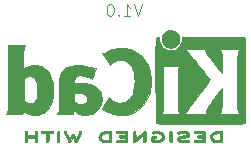
<source format=gbo>
%TF.GenerationSoftware,KiCad,Pcbnew,9.0.0-rc3*%
%TF.CreationDate,2025-02-21T14:46:23+07:00*%
%TF.ProjectId,led_torch,6c65645f-746f-4726-9368-2e6b69636164,0*%
%TF.SameCoordinates,Original*%
%TF.FileFunction,Legend,Bot*%
%TF.FilePolarity,Positive*%
%FSLAX46Y46*%
G04 Gerber Fmt 4.6, Leading zero omitted, Abs format (unit mm)*
G04 Created by KiCad (PCBNEW 9.0.0-rc3) date 2025-02-21 14:46:23*
%MOMM*%
%LPD*%
G01*
G04 APERTURE LIST*
%ADD10C,0.100000*%
%ADD11C,0.010000*%
G04 APERTURE END LIST*
D10*
X151338972Y-50122419D02*
X151005639Y-51122419D01*
X151005639Y-51122419D02*
X150672306Y-50122419D01*
X149815163Y-51122419D02*
X150386591Y-51122419D01*
X150100877Y-51122419D02*
X150100877Y-50122419D01*
X150100877Y-50122419D02*
X150196115Y-50265276D01*
X150196115Y-50265276D02*
X150291353Y-50360514D01*
X150291353Y-50360514D02*
X150386591Y-50408133D01*
X149386591Y-51027180D02*
X149338972Y-51074800D01*
X149338972Y-51074800D02*
X149386591Y-51122419D01*
X149386591Y-51122419D02*
X149434210Y-51074800D01*
X149434210Y-51074800D02*
X149386591Y-51027180D01*
X149386591Y-51027180D02*
X149386591Y-51122419D01*
X148719925Y-50122419D02*
X148624687Y-50122419D01*
X148624687Y-50122419D02*
X148529449Y-50170038D01*
X148529449Y-50170038D02*
X148481830Y-50217657D01*
X148481830Y-50217657D02*
X148434211Y-50312895D01*
X148434211Y-50312895D02*
X148386592Y-50503371D01*
X148386592Y-50503371D02*
X148386592Y-50741466D01*
X148386592Y-50741466D02*
X148434211Y-50931942D01*
X148434211Y-50931942D02*
X148481830Y-51027180D01*
X148481830Y-51027180D02*
X148529449Y-51074800D01*
X148529449Y-51074800D02*
X148624687Y-51122419D01*
X148624687Y-51122419D02*
X148719925Y-51122419D01*
X148719925Y-51122419D02*
X148815163Y-51074800D01*
X148815163Y-51074800D02*
X148862782Y-51027180D01*
X148862782Y-51027180D02*
X148910401Y-50931942D01*
X148910401Y-50931942D02*
X148958020Y-50741466D01*
X148958020Y-50741466D02*
X148958020Y-50503371D01*
X148958020Y-50503371D02*
X148910401Y-50312895D01*
X148910401Y-50312895D02*
X148862782Y-50217657D01*
X148862782Y-50217657D02*
X148815163Y-50170038D01*
X148815163Y-50170038D02*
X148719925Y-50122419D01*
D11*
%TO.C,REF1*%
X144307002Y-60864242D02*
X144341247Y-60885142D01*
X144376729Y-60913873D01*
X144376729Y-61775871D01*
X144341247Y-61804602D01*
X144299495Y-61827867D01*
X144251832Y-61828980D01*
X144209976Y-61801696D01*
X144204815Y-61795486D01*
X144197538Y-61782881D01*
X144191937Y-61764666D01*
X144187794Y-61737347D01*
X144184892Y-61697433D01*
X144183014Y-61641430D01*
X144181941Y-61565847D01*
X144181457Y-61467190D01*
X144181344Y-61341966D01*
X144181344Y-60913873D01*
X144216826Y-60885142D01*
X144248396Y-60865477D01*
X144279037Y-60856410D01*
X144307002Y-60864242D01*
G36*
X144307002Y-60864242D02*
G01*
X144341247Y-60885142D01*
X144376729Y-60913873D01*
X144376729Y-61775871D01*
X144341247Y-61804602D01*
X144299495Y-61827867D01*
X144251832Y-61828980D01*
X144209976Y-61801696D01*
X144204815Y-61795486D01*
X144197538Y-61782881D01*
X144191937Y-61764666D01*
X144187794Y-61737347D01*
X144184892Y-61697433D01*
X144183014Y-61641430D01*
X144181941Y-61565847D01*
X144181457Y-61467190D01*
X144181344Y-61341966D01*
X144181344Y-60913873D01*
X144216826Y-60885142D01*
X144248396Y-60865477D01*
X144279037Y-60856410D01*
X144307002Y-60864242D01*
G37*
X153800579Y-60862264D02*
X153846051Y-60893301D01*
X153882942Y-60930192D01*
X153882942Y-61346978D01*
X153882887Y-61458852D01*
X153882543Y-61557668D01*
X153881650Y-61633226D01*
X153879949Y-61689104D01*
X153877181Y-61728882D01*
X153873088Y-61756136D01*
X153867409Y-61774447D01*
X153859888Y-61787391D01*
X153850263Y-61798548D01*
X153808374Y-61827125D01*
X153761556Y-61829476D01*
X153717617Y-61803274D01*
X153710551Y-61795461D01*
X153703296Y-61783367D01*
X153697750Y-61765605D01*
X153693683Y-61738690D01*
X153690869Y-61699138D01*
X153689077Y-61643465D01*
X153688081Y-61568185D01*
X153687650Y-61469816D01*
X153687557Y-61344872D01*
X153687610Y-61244140D01*
X153687949Y-61140414D01*
X153688807Y-61060519D01*
X153690410Y-61000971D01*
X153692988Y-60958284D01*
X153696769Y-60928975D01*
X153701982Y-60909559D01*
X153708855Y-60896552D01*
X153717617Y-60886470D01*
X153756470Y-60861145D01*
X153800579Y-60862264D01*
G36*
X153800579Y-60862264D02*
G01*
X153846051Y-60893301D01*
X153882942Y-60930192D01*
X153882942Y-61346978D01*
X153882887Y-61458852D01*
X153882543Y-61557668D01*
X153881650Y-61633226D01*
X153879949Y-61689104D01*
X153877181Y-61728882D01*
X153873088Y-61756136D01*
X153867409Y-61774447D01*
X153859888Y-61787391D01*
X153850263Y-61798548D01*
X153808374Y-61827125D01*
X153761556Y-61829476D01*
X153717617Y-61803274D01*
X153710551Y-61795461D01*
X153703296Y-61783367D01*
X153697750Y-61765605D01*
X153693683Y-61738690D01*
X153690869Y-61699138D01*
X153689077Y-61643465D01*
X153688081Y-61568185D01*
X153687650Y-61469816D01*
X153687557Y-61344872D01*
X153687610Y-61244140D01*
X153687949Y-61140414D01*
X153688807Y-61060519D01*
X153690410Y-61000971D01*
X153692988Y-60958284D01*
X153696769Y-60928975D01*
X153701982Y-60909559D01*
X153708855Y-60896552D01*
X153717617Y-60886470D01*
X153756470Y-60861145D01*
X153800579Y-60862264D01*
G37*
X153886337Y-52320839D02*
X154025779Y-52355005D01*
X154157955Y-52416325D01*
X154278699Y-52504810D01*
X154383846Y-52620470D01*
X154469230Y-52763313D01*
X154492121Y-52813633D01*
X154510666Y-52864636D01*
X154521072Y-52915624D01*
X154525633Y-52978691D01*
X154526643Y-53065929D01*
X154526032Y-53138539D01*
X154522350Y-53205270D01*
X154513322Y-53257334D01*
X154496694Y-53306686D01*
X154470212Y-53365286D01*
X154462552Y-53380902D01*
X154372006Y-53523893D01*
X154258125Y-53641543D01*
X154124141Y-53731089D01*
X153973286Y-53789772D01*
X153895881Y-53806147D01*
X153738849Y-53813810D01*
X153586753Y-53789016D01*
X153444054Y-53734306D01*
X153315212Y-53652223D01*
X153204686Y-53545309D01*
X153116936Y-53416107D01*
X153056423Y-53267158D01*
X153034283Y-53145265D01*
X153032288Y-53010751D01*
X153050295Y-52879908D01*
X153087446Y-52766572D01*
X153130372Y-52685543D01*
X153225933Y-52556987D01*
X153339221Y-52455527D01*
X153466071Y-52381172D01*
X153602318Y-52333933D01*
X153743795Y-52313818D01*
X153886337Y-52320839D01*
G36*
X153886337Y-52320839D02*
G01*
X154025779Y-52355005D01*
X154157955Y-52416325D01*
X154278699Y-52504810D01*
X154383846Y-52620470D01*
X154469230Y-52763313D01*
X154492121Y-52813633D01*
X154510666Y-52864636D01*
X154521072Y-52915624D01*
X154525633Y-52978691D01*
X154526643Y-53065929D01*
X154526032Y-53138539D01*
X154522350Y-53205270D01*
X154513322Y-53257334D01*
X154496694Y-53306686D01*
X154470212Y-53365286D01*
X154462552Y-53380902D01*
X154372006Y-53523893D01*
X154258125Y-53641543D01*
X154124141Y-53731089D01*
X153973286Y-53789772D01*
X153895881Y-53806147D01*
X153738849Y-53813810D01*
X153586753Y-53789016D01*
X153444054Y-53734306D01*
X153315212Y-53652223D01*
X153204686Y-53545309D01*
X153116936Y-53416107D01*
X153056423Y-53267158D01*
X153034283Y-53145265D01*
X153032288Y-53010751D01*
X153050295Y-52879908D01*
X153087446Y-52766572D01*
X153130372Y-52685543D01*
X153225933Y-52556987D01*
X153339221Y-52455527D01*
X153466071Y-52381172D01*
X153602318Y-52333933D01*
X153743795Y-52313818D01*
X153886337Y-52320839D01*
G37*
X143375531Y-60856412D02*
X143500843Y-60856532D01*
X143600048Y-60856984D01*
X143676478Y-60857972D01*
X143733459Y-60859697D01*
X143774323Y-60862361D01*
X143802397Y-60866169D01*
X143821012Y-60871321D01*
X143833496Y-60878020D01*
X143843179Y-60886470D01*
X143868216Y-60930029D01*
X143870142Y-60980057D01*
X143848364Y-61024310D01*
X143846553Y-61026245D01*
X143831638Y-61037376D01*
X143808868Y-61044771D01*
X143772696Y-61049157D01*
X143717573Y-61051256D01*
X143637950Y-61051795D01*
X143452409Y-61051795D01*
X143452409Y-61402963D01*
X143452309Y-61503918D01*
X143451766Y-61592674D01*
X143450458Y-61658955D01*
X143448067Y-61706773D01*
X143444271Y-61740146D01*
X143438752Y-61763086D01*
X143431188Y-61779610D01*
X143421259Y-61793733D01*
X143418210Y-61797469D01*
X143376700Y-61827614D01*
X143330929Y-61829696D01*
X143287084Y-61803274D01*
X143277793Y-61792523D01*
X143270508Y-61778412D01*
X143265156Y-61757319D01*
X143261440Y-61725398D01*
X143259064Y-61678802D01*
X143257734Y-61613685D01*
X143257153Y-61526201D01*
X143257025Y-61412505D01*
X143257025Y-61051795D01*
X143062731Y-61051795D01*
X143047953Y-61051794D01*
X142972708Y-61051494D01*
X142920992Y-61049977D01*
X142887185Y-61046250D01*
X142865668Y-61039318D01*
X142850821Y-61028186D01*
X142837024Y-61011860D01*
X142815926Y-60971003D01*
X142820056Y-60926029D01*
X142854197Y-60882712D01*
X142860775Y-60877763D01*
X142874369Y-60871325D01*
X142894906Y-60866314D01*
X142925689Y-60862557D01*
X142970020Y-60859876D01*
X143031201Y-60858096D01*
X143112535Y-60857043D01*
X143217323Y-60856539D01*
X143348867Y-60856410D01*
X143375531Y-60856412D01*
G36*
X143375531Y-60856412D02*
G01*
X143500843Y-60856532D01*
X143600048Y-60856984D01*
X143676478Y-60857972D01*
X143733459Y-60859697D01*
X143774323Y-60862361D01*
X143802397Y-60866169D01*
X143821012Y-60871321D01*
X143833496Y-60878020D01*
X143843179Y-60886470D01*
X143868216Y-60930029D01*
X143870142Y-60980057D01*
X143848364Y-61024310D01*
X143846553Y-61026245D01*
X143831638Y-61037376D01*
X143808868Y-61044771D01*
X143772696Y-61049157D01*
X143717573Y-61051256D01*
X143637950Y-61051795D01*
X143452409Y-61051795D01*
X143452409Y-61402963D01*
X143452309Y-61503918D01*
X143451766Y-61592674D01*
X143450458Y-61658955D01*
X143448067Y-61706773D01*
X143444271Y-61740146D01*
X143438752Y-61763086D01*
X143431188Y-61779610D01*
X143421259Y-61793733D01*
X143418210Y-61797469D01*
X143376700Y-61827614D01*
X143330929Y-61829696D01*
X143287084Y-61803274D01*
X143277793Y-61792523D01*
X143270508Y-61778412D01*
X143265156Y-61757319D01*
X143261440Y-61725398D01*
X143259064Y-61678802D01*
X143257734Y-61613685D01*
X143257153Y-61526201D01*
X143257025Y-61412505D01*
X143257025Y-61051795D01*
X143062731Y-61051795D01*
X143047953Y-61051794D01*
X142972708Y-61051494D01*
X142920992Y-61049977D01*
X142887185Y-61046250D01*
X142865668Y-61039318D01*
X142850821Y-61028186D01*
X142837024Y-61011860D01*
X142815926Y-60971003D01*
X142820056Y-60926029D01*
X142854197Y-60882712D01*
X142860775Y-60877763D01*
X142874369Y-60871325D01*
X142894906Y-60866314D01*
X142925689Y-60862557D01*
X142970020Y-60859876D01*
X143031201Y-60858096D01*
X143112535Y-60857043D01*
X143217323Y-60856539D01*
X143348867Y-60856410D01*
X143375531Y-60856412D01*
G37*
X142475486Y-60886470D02*
X142482985Y-60894711D01*
X142489762Y-60905636D01*
X142495202Y-60921315D01*
X142499434Y-60944559D01*
X142502584Y-60978181D01*
X142504782Y-61024992D01*
X142506155Y-61087803D01*
X142506832Y-61169427D01*
X142506940Y-61272674D01*
X142506608Y-61400357D01*
X142505964Y-61555286D01*
X142505872Y-61574158D01*
X142505092Y-61656386D01*
X142503331Y-61714544D01*
X142499942Y-61753660D01*
X142494277Y-61778761D01*
X142485688Y-61794876D01*
X142473527Y-61807032D01*
X142428983Y-61830220D01*
X142382454Y-61826357D01*
X142341311Y-61793733D01*
X142329316Y-61776155D01*
X142319396Y-61751477D01*
X142313581Y-61716824D01*
X142310845Y-61665505D01*
X142310161Y-61590833D01*
X142310161Y-61427535D01*
X141648859Y-61427535D01*
X141648859Y-61607038D01*
X141648762Y-61654688D01*
X141647747Y-61716370D01*
X141644849Y-61757022D01*
X141639128Y-61782358D01*
X141629644Y-61798092D01*
X141615456Y-61809937D01*
X141572518Y-61830000D01*
X141525539Y-61826449D01*
X141484625Y-61793733D01*
X141478426Y-61785405D01*
X141470524Y-61771394D01*
X141464491Y-61752848D01*
X141460077Y-61726123D01*
X141457029Y-61687570D01*
X141455097Y-61633544D01*
X141454028Y-61560398D01*
X141453571Y-61464486D01*
X141453475Y-61342162D01*
X141453475Y-60930192D01*
X141490365Y-60893301D01*
X141532141Y-60863688D01*
X141576381Y-60860107D01*
X141618800Y-60886470D01*
X141629831Y-60899478D01*
X141639699Y-60920636D01*
X141645474Y-60952545D01*
X141648184Y-61001636D01*
X141648859Y-61074339D01*
X141648859Y-61232150D01*
X142310161Y-61232150D01*
X142310161Y-61078360D01*
X142310744Y-61009533D01*
X142313359Y-60963568D01*
X142319371Y-60933511D01*
X142330147Y-60912407D01*
X142347052Y-60893301D01*
X142388828Y-60863688D01*
X142433067Y-60860107D01*
X142475486Y-60886470D01*
G36*
X142475486Y-60886470D02*
G01*
X142482985Y-60894711D01*
X142489762Y-60905636D01*
X142495202Y-60921315D01*
X142499434Y-60944559D01*
X142502584Y-60978181D01*
X142504782Y-61024992D01*
X142506155Y-61087803D01*
X142506832Y-61169427D01*
X142506940Y-61272674D01*
X142506608Y-61400357D01*
X142505964Y-61555286D01*
X142505872Y-61574158D01*
X142505092Y-61656386D01*
X142503331Y-61714544D01*
X142499942Y-61753660D01*
X142494277Y-61778761D01*
X142485688Y-61794876D01*
X142473527Y-61807032D01*
X142428983Y-61830220D01*
X142382454Y-61826357D01*
X142341311Y-61793733D01*
X142329316Y-61776155D01*
X142319396Y-61751477D01*
X142313581Y-61716824D01*
X142310845Y-61665505D01*
X142310161Y-61590833D01*
X142310161Y-61427535D01*
X141648859Y-61427535D01*
X141648859Y-61607038D01*
X141648762Y-61654688D01*
X141647747Y-61716370D01*
X141644849Y-61757022D01*
X141639128Y-61782358D01*
X141629644Y-61798092D01*
X141615456Y-61809937D01*
X141572518Y-61830000D01*
X141525539Y-61826449D01*
X141484625Y-61793733D01*
X141478426Y-61785405D01*
X141470524Y-61771394D01*
X141464491Y-61752848D01*
X141460077Y-61726123D01*
X141457029Y-61687570D01*
X141455097Y-61633544D01*
X141454028Y-61560398D01*
X141453571Y-61464486D01*
X141453475Y-61342162D01*
X141453475Y-60930192D01*
X141490365Y-60893301D01*
X141532141Y-60863688D01*
X141576381Y-60860107D01*
X141618800Y-60886470D01*
X141629831Y-60899478D01*
X141639699Y-60920636D01*
X141645474Y-60952545D01*
X141648184Y-61001636D01*
X141648859Y-61074339D01*
X141648859Y-61232150D01*
X142310161Y-61232150D01*
X142310161Y-61078360D01*
X142310744Y-61009533D01*
X142313359Y-60963568D01*
X142319371Y-60933511D01*
X142330147Y-60912407D01*
X142347052Y-60893301D01*
X142388828Y-60863688D01*
X142433067Y-60860107D01*
X142475486Y-60886470D01*
G37*
X148740071Y-61670311D02*
X148737449Y-61713950D01*
X148733550Y-61744466D01*
X148728122Y-61765504D01*
X148720914Y-61780711D01*
X148711674Y-61793733D01*
X148680524Y-61833334D01*
X148459928Y-61832543D01*
X148413602Y-61832146D01*
X148282485Y-61827579D01*
X148174696Y-61817351D01*
X148085369Y-61800632D01*
X148009637Y-61776595D01*
X147942634Y-61744409D01*
X147938162Y-61741857D01*
X147861194Y-61692972D01*
X147804805Y-61643757D01*
X147761115Y-61585862D01*
X147722239Y-61510937D01*
X147716539Y-61498135D01*
X147686480Y-61414012D01*
X147678845Y-61353362D01*
X147877544Y-61353362D01*
X147885017Y-61386284D01*
X147892640Y-61407424D01*
X147936482Y-61487183D01*
X147999506Y-61548097D01*
X148084401Y-61592212D01*
X148193851Y-61621575D01*
X148197570Y-61622243D01*
X148259193Y-61630181D01*
X148334277Y-61635810D01*
X148407418Y-61637949D01*
X148532409Y-61637949D01*
X148532409Y-61051795D01*
X148415930Y-61052392D01*
X148326836Y-61055688D01*
X148203821Y-61070668D01*
X148098224Y-61096682D01*
X148015713Y-61132594D01*
X147974521Y-61160191D01*
X147937083Y-61199820D01*
X147906010Y-61256307D01*
X147896521Y-61277564D01*
X147880779Y-61320836D01*
X147877544Y-61353362D01*
X147678845Y-61353362D01*
X147677199Y-61340284D01*
X147688651Y-61267024D01*
X147720792Y-61184304D01*
X147721851Y-61182050D01*
X147775707Y-61089624D01*
X147843186Y-61014271D01*
X147926697Y-60954935D01*
X148028647Y-60910563D01*
X148151445Y-60880101D01*
X148297499Y-60862493D01*
X148469217Y-60856687D01*
X148473972Y-60856681D01*
X148553881Y-60856867D01*
X148609706Y-60858247D01*
X148647135Y-60861701D01*
X148671857Y-60868108D01*
X148689560Y-60878348D01*
X148705933Y-60893301D01*
X148742824Y-60930192D01*
X148742824Y-61342162D01*
X148742790Y-61424181D01*
X148742490Y-61529072D01*
X148741668Y-61609900D01*
X148740926Y-61637949D01*
X148740071Y-61670311D01*
G36*
X148740071Y-61670311D02*
G01*
X148737449Y-61713950D01*
X148733550Y-61744466D01*
X148728122Y-61765504D01*
X148720914Y-61780711D01*
X148711674Y-61793733D01*
X148680524Y-61833334D01*
X148459928Y-61832543D01*
X148413602Y-61832146D01*
X148282485Y-61827579D01*
X148174696Y-61817351D01*
X148085369Y-61800632D01*
X148009637Y-61776595D01*
X147942634Y-61744409D01*
X147938162Y-61741857D01*
X147861194Y-61692972D01*
X147804805Y-61643757D01*
X147761115Y-61585862D01*
X147722239Y-61510937D01*
X147716539Y-61498135D01*
X147686480Y-61414012D01*
X147678845Y-61353362D01*
X147877544Y-61353362D01*
X147885017Y-61386284D01*
X147892640Y-61407424D01*
X147936482Y-61487183D01*
X147999506Y-61548097D01*
X148084401Y-61592212D01*
X148193851Y-61621575D01*
X148197570Y-61622243D01*
X148259193Y-61630181D01*
X148334277Y-61635810D01*
X148407418Y-61637949D01*
X148532409Y-61637949D01*
X148532409Y-61051795D01*
X148415930Y-61052392D01*
X148326836Y-61055688D01*
X148203821Y-61070668D01*
X148098224Y-61096682D01*
X148015713Y-61132594D01*
X147974521Y-61160191D01*
X147937083Y-61199820D01*
X147906010Y-61256307D01*
X147896521Y-61277564D01*
X147880779Y-61320836D01*
X147877544Y-61353362D01*
X147678845Y-61353362D01*
X147677199Y-61340284D01*
X147688651Y-61267024D01*
X147720792Y-61184304D01*
X147721851Y-61182050D01*
X147775707Y-61089624D01*
X147843186Y-61014271D01*
X147926697Y-60954935D01*
X148028647Y-60910563D01*
X148151445Y-60880101D01*
X148297499Y-60862493D01*
X148469217Y-60856687D01*
X148473972Y-60856681D01*
X148553881Y-60856867D01*
X148609706Y-60858247D01*
X148647135Y-60861701D01*
X148671857Y-60868108D01*
X148689560Y-60878348D01*
X148705933Y-60893301D01*
X148742824Y-60930192D01*
X148742824Y-61342162D01*
X148742790Y-61424181D01*
X148742490Y-61529072D01*
X148741668Y-61609900D01*
X148740926Y-61637949D01*
X148740071Y-61670311D01*
G37*
X158181662Y-61103192D02*
X158181734Y-61210519D01*
X158181403Y-61344872D01*
X158181351Y-61445605D01*
X158181011Y-61549330D01*
X158180154Y-61629225D01*
X158178551Y-61688773D01*
X158175973Y-61731460D01*
X158172192Y-61760769D01*
X158166979Y-61780185D01*
X158160106Y-61793192D01*
X158151344Y-61803274D01*
X158142068Y-61811574D01*
X158124763Y-61821293D01*
X158099270Y-61827622D01*
X158060123Y-61831266D01*
X158001855Y-61832935D01*
X157919000Y-61833334D01*
X157853834Y-61832834D01*
X157711566Y-61826938D01*
X157592771Y-61813508D01*
X157493188Y-61791423D01*
X157408552Y-61759563D01*
X157334600Y-61716808D01*
X157267067Y-61662038D01*
X157259095Y-61654246D01*
X157210011Y-61589663D01*
X157168607Y-61508705D01*
X157140005Y-61423174D01*
X157132974Y-61371593D01*
X157328974Y-61371593D01*
X157353314Y-61439406D01*
X157392816Y-61500538D01*
X157454986Y-61557000D01*
X157536717Y-61596678D01*
X157642090Y-61622155D01*
X157644074Y-61622472D01*
X157709272Y-61630183D01*
X157787415Y-61635696D01*
X157862025Y-61637835D01*
X157986019Y-61637949D01*
X157986019Y-61051795D01*
X157884569Y-61051776D01*
X157880538Y-61051788D01*
X157812479Y-61054404D01*
X157732461Y-61060694D01*
X157656961Y-61069386D01*
X157590449Y-61081763D01*
X157490927Y-61116735D01*
X157414362Y-61169056D01*
X157359109Y-61239665D01*
X157330861Y-61307919D01*
X157328974Y-61371593D01*
X157132974Y-61371593D01*
X157129332Y-61344872D01*
X157131035Y-61316625D01*
X157147427Y-61240184D01*
X157177421Y-61160421D01*
X157216337Y-61088462D01*
X157259495Y-61035433D01*
X157285512Y-61012769D01*
X157358353Y-60960597D01*
X157438638Y-60920483D01*
X157530763Y-60891246D01*
X157639125Y-60871699D01*
X157768119Y-60860660D01*
X157922143Y-60856944D01*
X157974708Y-60856409D01*
X158035566Y-60855859D01*
X158083229Y-60858261D01*
X158119297Y-60866625D01*
X158145368Y-60883960D01*
X158163041Y-60913275D01*
X158173915Y-60957579D01*
X158179590Y-61019881D01*
X158180384Y-61051795D01*
X158181662Y-61103192D01*
G36*
X158181662Y-61103192D02*
G01*
X158181734Y-61210519D01*
X158181403Y-61344872D01*
X158181351Y-61445605D01*
X158181011Y-61549330D01*
X158180154Y-61629225D01*
X158178551Y-61688773D01*
X158175973Y-61731460D01*
X158172192Y-61760769D01*
X158166979Y-61780185D01*
X158160106Y-61793192D01*
X158151344Y-61803274D01*
X158142068Y-61811574D01*
X158124763Y-61821293D01*
X158099270Y-61827622D01*
X158060123Y-61831266D01*
X158001855Y-61832935D01*
X157919000Y-61833334D01*
X157853834Y-61832834D01*
X157711566Y-61826938D01*
X157592771Y-61813508D01*
X157493188Y-61791423D01*
X157408552Y-61759563D01*
X157334600Y-61716808D01*
X157267067Y-61662038D01*
X157259095Y-61654246D01*
X157210011Y-61589663D01*
X157168607Y-61508705D01*
X157140005Y-61423174D01*
X157132974Y-61371593D01*
X157328974Y-61371593D01*
X157353314Y-61439406D01*
X157392816Y-61500538D01*
X157454986Y-61557000D01*
X157536717Y-61596678D01*
X157642090Y-61622155D01*
X157644074Y-61622472D01*
X157709272Y-61630183D01*
X157787415Y-61635696D01*
X157862025Y-61637835D01*
X157986019Y-61637949D01*
X157986019Y-61051795D01*
X157884569Y-61051776D01*
X157880538Y-61051788D01*
X157812479Y-61054404D01*
X157732461Y-61060694D01*
X157656961Y-61069386D01*
X157590449Y-61081763D01*
X157490927Y-61116735D01*
X157414362Y-61169056D01*
X157359109Y-61239665D01*
X157330861Y-61307919D01*
X157328974Y-61371593D01*
X157132974Y-61371593D01*
X157129332Y-61344872D01*
X157131035Y-61316625D01*
X157147427Y-61240184D01*
X157177421Y-61160421D01*
X157216337Y-61088462D01*
X157259495Y-61035433D01*
X157285512Y-61012769D01*
X157358353Y-60960597D01*
X157438638Y-60920483D01*
X157530763Y-60891246D01*
X157639125Y-60871699D01*
X157768119Y-60860660D01*
X157922143Y-60856944D01*
X157974708Y-60856409D01*
X158035566Y-60855859D01*
X158083229Y-60858261D01*
X158119297Y-60866625D01*
X158145368Y-60883960D01*
X158163041Y-60913275D01*
X158173915Y-60957579D01*
X158179590Y-61019881D01*
X158180384Y-61051795D01*
X158181662Y-61103192D01*
G37*
X151598184Y-60854846D02*
X151613372Y-60863017D01*
X151627416Y-60877212D01*
X151642443Y-60896011D01*
X151648371Y-60903948D01*
X151656357Y-60917920D01*
X151662454Y-60936327D01*
X151666916Y-60962827D01*
X151669997Y-61001083D01*
X151671951Y-61054755D01*
X151673033Y-61127503D01*
X151673495Y-61222988D01*
X151673593Y-61344872D01*
X151673562Y-61422797D01*
X151673272Y-61528091D01*
X151672461Y-61609227D01*
X151670875Y-61669866D01*
X151668262Y-61713669D01*
X151664366Y-61744296D01*
X151658933Y-61765409D01*
X151651710Y-61780667D01*
X151642443Y-61793733D01*
X151601931Y-61826209D01*
X151555410Y-61830042D01*
X151506175Y-61804626D01*
X151500605Y-61800000D01*
X151489720Y-61788646D01*
X151481651Y-61773268D01*
X151475816Y-61749526D01*
X151471633Y-61713084D01*
X151468521Y-61659604D01*
X151465897Y-61584747D01*
X151463179Y-61484177D01*
X151455664Y-61192435D01*
X151102469Y-61512814D01*
X151004169Y-61601718D01*
X150917391Y-61679091D01*
X150847902Y-61738946D01*
X150793217Y-61782777D01*
X150750854Y-61812077D01*
X150718332Y-61828340D01*
X150693166Y-61833060D01*
X150672875Y-61827731D01*
X150654976Y-61813846D01*
X150636987Y-61792899D01*
X150628672Y-61781605D01*
X150621174Y-61767523D01*
X150615568Y-61748673D01*
X150611638Y-61721443D01*
X150609168Y-61682221D01*
X150607944Y-61627394D01*
X150607751Y-61553348D01*
X150608373Y-61456471D01*
X150609594Y-61333150D01*
X150614007Y-60913835D01*
X150649489Y-60885123D01*
X150684191Y-60863566D01*
X150727937Y-60859877D01*
X150773910Y-60885110D01*
X150779651Y-60889882D01*
X150790478Y-60901238D01*
X150798505Y-60916671D01*
X150804310Y-60940510D01*
X150808474Y-60977084D01*
X150811576Y-61030722D01*
X150814193Y-61105754D01*
X150816906Y-61206508D01*
X150824421Y-61499207D01*
X151064895Y-61281138D01*
X151180374Y-61176448D01*
X151281253Y-61085392D01*
X151363979Y-61011702D01*
X151430678Y-60953960D01*
X151483476Y-60910749D01*
X151524499Y-60880649D01*
X151555874Y-60862244D01*
X151579727Y-60854116D01*
X151598184Y-60854846D01*
G36*
X151598184Y-60854846D02*
G01*
X151613372Y-60863017D01*
X151627416Y-60877212D01*
X151642443Y-60896011D01*
X151648371Y-60903948D01*
X151656357Y-60917920D01*
X151662454Y-60936327D01*
X151666916Y-60962827D01*
X151669997Y-61001083D01*
X151671951Y-61054755D01*
X151673033Y-61127503D01*
X151673495Y-61222988D01*
X151673593Y-61344872D01*
X151673562Y-61422797D01*
X151673272Y-61528091D01*
X151672461Y-61609227D01*
X151670875Y-61669866D01*
X151668262Y-61713669D01*
X151664366Y-61744296D01*
X151658933Y-61765409D01*
X151651710Y-61780667D01*
X151642443Y-61793733D01*
X151601931Y-61826209D01*
X151555410Y-61830042D01*
X151506175Y-61804626D01*
X151500605Y-61800000D01*
X151489720Y-61788646D01*
X151481651Y-61773268D01*
X151475816Y-61749526D01*
X151471633Y-61713084D01*
X151468521Y-61659604D01*
X151465897Y-61584747D01*
X151463179Y-61484177D01*
X151455664Y-61192435D01*
X151102469Y-61512814D01*
X151004169Y-61601718D01*
X150917391Y-61679091D01*
X150847902Y-61738946D01*
X150793217Y-61782777D01*
X150750854Y-61812077D01*
X150718332Y-61828340D01*
X150693166Y-61833060D01*
X150672875Y-61827731D01*
X150654976Y-61813846D01*
X150636987Y-61792899D01*
X150628672Y-61781605D01*
X150621174Y-61767523D01*
X150615568Y-61748673D01*
X150611638Y-61721443D01*
X150609168Y-61682221D01*
X150607944Y-61627394D01*
X150607751Y-61553348D01*
X150608373Y-61456471D01*
X150609594Y-61333150D01*
X150614007Y-60913835D01*
X150649489Y-60885123D01*
X150684191Y-60863566D01*
X150727937Y-60859877D01*
X150773910Y-60885110D01*
X150779651Y-60889882D01*
X150790478Y-60901238D01*
X150798505Y-60916671D01*
X150804310Y-60940510D01*
X150808474Y-60977084D01*
X150811576Y-61030722D01*
X150814193Y-61105754D01*
X150816906Y-61206508D01*
X150824421Y-61499207D01*
X151064895Y-61281138D01*
X151180374Y-61176448D01*
X151281253Y-61085392D01*
X151363979Y-61011702D01*
X151430678Y-60953960D01*
X151483476Y-60910749D01*
X151524499Y-60880649D01*
X151555874Y-60862244D01*
X151579727Y-60854116D01*
X151598184Y-60854846D01*
G37*
X152659621Y-60863217D02*
X152800754Y-60884938D01*
X152925652Y-60922285D01*
X153030557Y-60974083D01*
X153111709Y-61039162D01*
X153146418Y-61082913D01*
X153185703Y-61148414D01*
X153219349Y-61220119D01*
X153242847Y-61288241D01*
X153251688Y-61342993D01*
X153249611Y-61369241D01*
X153232381Y-61437583D01*
X153201543Y-61512840D01*
X153161746Y-61584622D01*
X153117640Y-61642542D01*
X153104065Y-61656319D01*
X153014750Y-61725250D01*
X152908074Y-61778362D01*
X152793297Y-61810849D01*
X152720120Y-61821649D01*
X152595700Y-61830442D01*
X152476170Y-61827663D01*
X152366346Y-61814023D01*
X152271044Y-61790232D01*
X152195079Y-61756998D01*
X152143267Y-61715033D01*
X152141436Y-61712403D01*
X152132000Y-61678818D01*
X152126356Y-61615910D01*
X152124480Y-61523428D01*
X152125625Y-61440574D01*
X152131909Y-61377491D01*
X152147472Y-61334750D01*
X152176455Y-61308719D01*
X152222998Y-61295764D01*
X152291241Y-61292253D01*
X152385324Y-61294554D01*
X152450055Y-61298564D01*
X152516884Y-61309471D01*
X152560145Y-61328181D01*
X152583389Y-61356453D01*
X152590167Y-61396048D01*
X152590026Y-61402094D01*
X152578440Y-61448417D01*
X152546475Y-61479594D01*
X152491536Y-61497168D01*
X152411031Y-61502683D01*
X152319865Y-61502683D01*
X152319865Y-61553743D01*
X152319932Y-61565906D01*
X152322888Y-61588873D01*
X152335226Y-61602578D01*
X152363692Y-61611814D01*
X152415031Y-61621376D01*
X152422319Y-61622620D01*
X152551395Y-61635805D01*
X152671206Y-61631918D01*
X152778924Y-61612307D01*
X152871718Y-61578317D01*
X152946760Y-61531293D01*
X153001220Y-61472581D01*
X153032270Y-61403527D01*
X153037079Y-61325478D01*
X153029732Y-61287008D01*
X152994207Y-61212599D01*
X152932713Y-61151810D01*
X152846199Y-61105431D01*
X152735614Y-61074252D01*
X152702763Y-61068329D01*
X152583834Y-61054351D01*
X152477582Y-61055987D01*
X152373613Y-61073209D01*
X152326824Y-61082248D01*
X152266330Y-61083603D01*
X152224639Y-61066919D01*
X152197807Y-61031256D01*
X152189308Y-60993649D01*
X152201938Y-60952078D01*
X152214358Y-60934204D01*
X152259936Y-60902875D01*
X152329995Y-60879082D01*
X152421216Y-60863776D01*
X152530279Y-60857909D01*
X152659621Y-60863217D01*
G36*
X152659621Y-60863217D02*
G01*
X152800754Y-60884938D01*
X152925652Y-60922285D01*
X153030557Y-60974083D01*
X153111709Y-61039162D01*
X153146418Y-61082913D01*
X153185703Y-61148414D01*
X153219349Y-61220119D01*
X153242847Y-61288241D01*
X153251688Y-61342993D01*
X153249611Y-61369241D01*
X153232381Y-61437583D01*
X153201543Y-61512840D01*
X153161746Y-61584622D01*
X153117640Y-61642542D01*
X153104065Y-61656319D01*
X153014750Y-61725250D01*
X152908074Y-61778362D01*
X152793297Y-61810849D01*
X152720120Y-61821649D01*
X152595700Y-61830442D01*
X152476170Y-61827663D01*
X152366346Y-61814023D01*
X152271044Y-61790232D01*
X152195079Y-61756998D01*
X152143267Y-61715033D01*
X152141436Y-61712403D01*
X152132000Y-61678818D01*
X152126356Y-61615910D01*
X152124480Y-61523428D01*
X152125625Y-61440574D01*
X152131909Y-61377491D01*
X152147472Y-61334750D01*
X152176455Y-61308719D01*
X152222998Y-61295764D01*
X152291241Y-61292253D01*
X152385324Y-61294554D01*
X152450055Y-61298564D01*
X152516884Y-61309471D01*
X152560145Y-61328181D01*
X152583389Y-61356453D01*
X152590167Y-61396048D01*
X152590026Y-61402094D01*
X152578440Y-61448417D01*
X152546475Y-61479594D01*
X152491536Y-61497168D01*
X152411031Y-61502683D01*
X152319865Y-61502683D01*
X152319865Y-61553743D01*
X152319932Y-61565906D01*
X152322888Y-61588873D01*
X152335226Y-61602578D01*
X152363692Y-61611814D01*
X152415031Y-61621376D01*
X152422319Y-61622620D01*
X152551395Y-61635805D01*
X152671206Y-61631918D01*
X152778924Y-61612307D01*
X152871718Y-61578317D01*
X152946760Y-61531293D01*
X153001220Y-61472581D01*
X153032270Y-61403527D01*
X153037079Y-61325478D01*
X153029732Y-61287008D01*
X152994207Y-61212599D01*
X152932713Y-61151810D01*
X152846199Y-61105431D01*
X152735614Y-61074252D01*
X152702763Y-61068329D01*
X152583834Y-61054351D01*
X152477582Y-61055987D01*
X152373613Y-61073209D01*
X152326824Y-61082248D01*
X152266330Y-61083603D01*
X152224639Y-61066919D01*
X152197807Y-61031256D01*
X152189308Y-60993649D01*
X152201938Y-60952078D01*
X152214358Y-60934204D01*
X152259936Y-60902875D01*
X152329995Y-60879082D01*
X152421216Y-60863776D01*
X152530279Y-60857909D01*
X152659621Y-60863217D01*
G37*
X150064336Y-60896011D02*
X150070925Y-60904910D01*
X150078706Y-60918984D01*
X150084645Y-60937739D01*
X150088991Y-60964799D01*
X150091990Y-61003790D01*
X150093892Y-61058339D01*
X150094943Y-61132069D01*
X150095392Y-61228608D01*
X150095486Y-61351580D01*
X150095448Y-61439339D01*
X150095139Y-61543607D01*
X150094313Y-61623845D01*
X150092725Y-61683621D01*
X150090132Y-61726502D01*
X150086291Y-61756056D01*
X150080958Y-61775852D01*
X150073890Y-61789457D01*
X150064842Y-61800440D01*
X150058831Y-61806641D01*
X150047874Y-61815277D01*
X150032750Y-61821816D01*
X150009760Y-61826550D01*
X149975204Y-61829769D01*
X149925386Y-61831766D01*
X149856604Y-61832831D01*
X149765161Y-61833256D01*
X149647357Y-61833334D01*
X149621163Y-61833325D01*
X149505302Y-61832970D01*
X149415232Y-61831951D01*
X149347393Y-61830068D01*
X149298224Y-61827123D01*
X149264162Y-61822919D01*
X149241646Y-61817256D01*
X149227115Y-61809937D01*
X149213145Y-61796642D01*
X149195490Y-61755214D01*
X149197064Y-61707434D01*
X149218585Y-61665434D01*
X149221500Y-61662404D01*
X149233066Y-61654059D01*
X149250829Y-61647847D01*
X149278765Y-61643458D01*
X149320851Y-61640584D01*
X149381065Y-61638914D01*
X149463382Y-61638139D01*
X149571780Y-61637949D01*
X149900102Y-61637949D01*
X149900102Y-61427535D01*
X149683838Y-61427535D01*
X149636350Y-61427428D01*
X149562100Y-61426366D01*
X149509993Y-61423697D01*
X149474774Y-61418849D01*
X149451185Y-61411249D01*
X149433971Y-61400325D01*
X149429121Y-61396086D01*
X149404614Y-61354847D01*
X149403770Y-61306471D01*
X149427120Y-61261711D01*
X149427203Y-61261620D01*
X149440078Y-61250135D01*
X149457777Y-61242073D01*
X149485346Y-61236839D01*
X149527831Y-61233837D01*
X149590279Y-61232473D01*
X149677737Y-61232150D01*
X149901602Y-61232150D01*
X149897094Y-61145730D01*
X149892587Y-61059310D01*
X149570295Y-61055245D01*
X149536989Y-61054809D01*
X149428324Y-61052839D01*
X149345354Y-61049665D01*
X149284626Y-61044345D01*
X149242685Y-61035940D01*
X149216078Y-61023506D01*
X149201349Y-61006103D01*
X149195045Y-60982790D01*
X149193711Y-60952626D01*
X149193719Y-60949476D01*
X149195255Y-60922808D01*
X149201643Y-60901782D01*
X149216032Y-60885731D01*
X149241573Y-60873984D01*
X149281419Y-60865874D01*
X149338718Y-60860730D01*
X149416623Y-60857884D01*
X149518284Y-60856667D01*
X149646852Y-60856410D01*
X150033186Y-60856410D01*
X150064336Y-60896011D01*
G36*
X150064336Y-60896011D02*
G01*
X150070925Y-60904910D01*
X150078706Y-60918984D01*
X150084645Y-60937739D01*
X150088991Y-60964799D01*
X150091990Y-61003790D01*
X150093892Y-61058339D01*
X150094943Y-61132069D01*
X150095392Y-61228608D01*
X150095486Y-61351580D01*
X150095448Y-61439339D01*
X150095139Y-61543607D01*
X150094313Y-61623845D01*
X150092725Y-61683621D01*
X150090132Y-61726502D01*
X150086291Y-61756056D01*
X150080958Y-61775852D01*
X150073890Y-61789457D01*
X150064842Y-61800440D01*
X150058831Y-61806641D01*
X150047874Y-61815277D01*
X150032750Y-61821816D01*
X150009760Y-61826550D01*
X149975204Y-61829769D01*
X149925386Y-61831766D01*
X149856604Y-61832831D01*
X149765161Y-61833256D01*
X149647357Y-61833334D01*
X149621163Y-61833325D01*
X149505302Y-61832970D01*
X149415232Y-61831951D01*
X149347393Y-61830068D01*
X149298224Y-61827123D01*
X149264162Y-61822919D01*
X149241646Y-61817256D01*
X149227115Y-61809937D01*
X149213145Y-61796642D01*
X149195490Y-61755214D01*
X149197064Y-61707434D01*
X149218585Y-61665434D01*
X149221500Y-61662404D01*
X149233066Y-61654059D01*
X149250829Y-61647847D01*
X149278765Y-61643458D01*
X149320851Y-61640584D01*
X149381065Y-61638914D01*
X149463382Y-61638139D01*
X149571780Y-61637949D01*
X149900102Y-61637949D01*
X149900102Y-61427535D01*
X149683838Y-61427535D01*
X149636350Y-61427428D01*
X149562100Y-61426366D01*
X149509993Y-61423697D01*
X149474774Y-61418849D01*
X149451185Y-61411249D01*
X149433971Y-61400325D01*
X149429121Y-61396086D01*
X149404614Y-61354847D01*
X149403770Y-61306471D01*
X149427120Y-61261711D01*
X149427203Y-61261620D01*
X149440078Y-61250135D01*
X149457777Y-61242073D01*
X149485346Y-61236839D01*
X149527831Y-61233837D01*
X149590279Y-61232473D01*
X149677737Y-61232150D01*
X149901602Y-61232150D01*
X149897094Y-61145730D01*
X149892587Y-61059310D01*
X149570295Y-61055245D01*
X149536989Y-61054809D01*
X149428324Y-61052839D01*
X149345354Y-61049665D01*
X149284626Y-61044345D01*
X149242685Y-61035940D01*
X149216078Y-61023506D01*
X149201349Y-61006103D01*
X149195045Y-60982790D01*
X149193711Y-60952626D01*
X149193719Y-60949476D01*
X149195255Y-60922808D01*
X149201643Y-60901782D01*
X149216032Y-60885731D01*
X149241573Y-60873984D01*
X149281419Y-60865874D01*
X149338718Y-60860730D01*
X149416623Y-60857884D01*
X149518284Y-60856667D01*
X149646852Y-60856410D01*
X150033186Y-60856410D01*
X150064336Y-60896011D01*
G37*
X156291020Y-60856432D02*
X156393663Y-60856688D01*
X156472142Y-60857466D01*
X156530172Y-60859052D01*
X156571469Y-60861732D01*
X156599750Y-60865790D01*
X156618732Y-60871512D01*
X156632129Y-60879183D01*
X156643660Y-60889090D01*
X156646036Y-60891327D01*
X156655680Y-60901364D01*
X156663191Y-60913370D01*
X156668837Y-60930857D01*
X156672883Y-60957334D01*
X156675596Y-60996315D01*
X156677242Y-61051310D01*
X156678088Y-61125830D01*
X156678400Y-61223387D01*
X156678445Y-61347492D01*
X156678396Y-61444401D01*
X156678065Y-61548481D01*
X156677218Y-61628648D01*
X156675624Y-61688398D01*
X156673053Y-61731228D01*
X156669275Y-61760634D01*
X156664058Y-61780112D01*
X156657171Y-61793160D01*
X156648386Y-61803274D01*
X156643947Y-61807504D01*
X156632601Y-61815640D01*
X156616622Y-61821863D01*
X156592377Y-61826430D01*
X156556235Y-61829595D01*
X156504563Y-61831613D01*
X156433728Y-61832739D01*
X156340098Y-61833227D01*
X156220043Y-61833334D01*
X156163981Y-61833318D01*
X156055945Y-61833075D01*
X155972745Y-61832339D01*
X155910749Y-61830854D01*
X155866325Y-61828365D01*
X155835840Y-61824618D01*
X155815662Y-61819357D01*
X155802159Y-61812327D01*
X155791699Y-61803274D01*
X155772093Y-61774518D01*
X155761640Y-61735641D01*
X155768961Y-61703813D01*
X155791699Y-61668008D01*
X155798328Y-61661873D01*
X155811342Y-61653503D01*
X155830135Y-61647345D01*
X155858753Y-61643063D01*
X155901243Y-61640320D01*
X155961651Y-61638778D01*
X156044024Y-61638100D01*
X156152409Y-61637949D01*
X156483060Y-61637949D01*
X156483060Y-61427535D01*
X156268475Y-61427535D01*
X156220789Y-61427341D01*
X156133420Y-61425048D01*
X156070525Y-61419143D01*
X156028274Y-61408353D01*
X156002837Y-61391404D01*
X155990384Y-61367021D01*
X155987084Y-61333931D01*
X155988146Y-61306963D01*
X155995138Y-61277905D01*
X156012171Y-61257467D01*
X156043245Y-61244159D01*
X156092357Y-61236496D01*
X156163508Y-61232989D01*
X156260696Y-61232150D01*
X156484560Y-61232150D01*
X156475546Y-61059310D01*
X156145745Y-61055251D01*
X156062414Y-61054081D01*
X155971268Y-61052158D01*
X155903496Y-61049588D01*
X155855230Y-61046059D01*
X155822602Y-61041261D01*
X155801746Y-61034885D01*
X155788793Y-61026620D01*
X155780784Y-61018095D01*
X155763465Y-60975916D01*
X155768205Y-60928404D01*
X155794533Y-60887055D01*
X155798863Y-60883163D01*
X155810818Y-60874707D01*
X155826932Y-60868247D01*
X155850905Y-60863515D01*
X155886437Y-60860244D01*
X155937227Y-60858165D01*
X156006976Y-60857012D01*
X156099384Y-60856516D01*
X156218150Y-60856410D01*
X156291020Y-60856432D01*
G36*
X156291020Y-60856432D02*
G01*
X156393663Y-60856688D01*
X156472142Y-60857466D01*
X156530172Y-60859052D01*
X156571469Y-60861732D01*
X156599750Y-60865790D01*
X156618732Y-60871512D01*
X156632129Y-60879183D01*
X156643660Y-60889090D01*
X156646036Y-60891327D01*
X156655680Y-60901364D01*
X156663191Y-60913370D01*
X156668837Y-60930857D01*
X156672883Y-60957334D01*
X156675596Y-60996315D01*
X156677242Y-61051310D01*
X156678088Y-61125830D01*
X156678400Y-61223387D01*
X156678445Y-61347492D01*
X156678396Y-61444401D01*
X156678065Y-61548481D01*
X156677218Y-61628648D01*
X156675624Y-61688398D01*
X156673053Y-61731228D01*
X156669275Y-61760634D01*
X156664058Y-61780112D01*
X156657171Y-61793160D01*
X156648386Y-61803274D01*
X156643947Y-61807504D01*
X156632601Y-61815640D01*
X156616622Y-61821863D01*
X156592377Y-61826430D01*
X156556235Y-61829595D01*
X156504563Y-61831613D01*
X156433728Y-61832739D01*
X156340098Y-61833227D01*
X156220043Y-61833334D01*
X156163981Y-61833318D01*
X156055945Y-61833075D01*
X155972745Y-61832339D01*
X155910749Y-61830854D01*
X155866325Y-61828365D01*
X155835840Y-61824618D01*
X155815662Y-61819357D01*
X155802159Y-61812327D01*
X155791699Y-61803274D01*
X155772093Y-61774518D01*
X155761640Y-61735641D01*
X155768961Y-61703813D01*
X155791699Y-61668008D01*
X155798328Y-61661873D01*
X155811342Y-61653503D01*
X155830135Y-61647345D01*
X155858753Y-61643063D01*
X155901243Y-61640320D01*
X155961651Y-61638778D01*
X156044024Y-61638100D01*
X156152409Y-61637949D01*
X156483060Y-61637949D01*
X156483060Y-61427535D01*
X156268475Y-61427535D01*
X156220789Y-61427341D01*
X156133420Y-61425048D01*
X156070525Y-61419143D01*
X156028274Y-61408353D01*
X156002837Y-61391404D01*
X155990384Y-61367021D01*
X155987084Y-61333931D01*
X155988146Y-61306963D01*
X155995138Y-61277905D01*
X156012171Y-61257467D01*
X156043245Y-61244159D01*
X156092357Y-61236496D01*
X156163508Y-61232989D01*
X156260696Y-61232150D01*
X156484560Y-61232150D01*
X156475546Y-61059310D01*
X156145745Y-61055251D01*
X156062414Y-61054081D01*
X155971268Y-61052158D01*
X155903496Y-61049588D01*
X155855230Y-61046059D01*
X155822602Y-61041261D01*
X155801746Y-61034885D01*
X155788793Y-61026620D01*
X155780784Y-61018095D01*
X155763465Y-60975916D01*
X155768205Y-60928404D01*
X155794533Y-60887055D01*
X155798863Y-60883163D01*
X155810818Y-60874707D01*
X155826932Y-60868247D01*
X155850905Y-60863515D01*
X155886437Y-60860244D01*
X155937227Y-60858165D01*
X156006976Y-60857012D01*
X156099384Y-60856516D01*
X156218150Y-60856410D01*
X156291020Y-60856432D01*
G37*
X144885208Y-60868940D02*
X144909119Y-60893585D01*
X144936546Y-60934966D01*
X144969607Y-60995790D01*
X145010420Y-61078763D01*
X145061104Y-61186594D01*
X145080587Y-61228376D01*
X145120193Y-61312496D01*
X145154935Y-61385196D01*
X145182886Y-61442507D01*
X145202120Y-61480455D01*
X145210711Y-61495069D01*
X145212520Y-61494296D01*
X145225823Y-61475727D01*
X145248844Y-61436401D01*
X145278928Y-61380994D01*
X145313422Y-61314180D01*
X145334687Y-61272258D01*
X145373230Y-61198562D01*
X145403170Y-61146617D01*
X145427422Y-61112697D01*
X145448898Y-61093079D01*
X145470512Y-61084040D01*
X145495177Y-61081854D01*
X145509160Y-61082487D01*
X145530616Y-61088088D01*
X145551005Y-61102552D01*
X145573103Y-61129542D01*
X145599689Y-61172725D01*
X145633540Y-61235765D01*
X145677434Y-61322328D01*
X145690392Y-61347963D01*
X145722954Y-61410096D01*
X145749895Y-61458241D01*
X145768710Y-61488049D01*
X145776897Y-61495168D01*
X145778717Y-61490813D01*
X145791198Y-61462975D01*
X145813646Y-61413796D01*
X145844156Y-61347426D01*
X145880823Y-61268014D01*
X145921742Y-61179707D01*
X145957309Y-61103525D01*
X145996749Y-61020995D01*
X146027465Y-60960100D01*
X146051401Y-60917442D01*
X146070502Y-60889625D01*
X146086713Y-60873253D01*
X146101978Y-60864931D01*
X146114506Y-60861080D01*
X146147930Y-60860882D01*
X146184067Y-60881308D01*
X146185798Y-60882620D01*
X146215200Y-60912756D01*
X146229909Y-60942345D01*
X146229971Y-60943197D01*
X146223926Y-60966711D01*
X146206799Y-61012731D01*
X146180493Y-61077096D01*
X146146910Y-61155645D01*
X146107952Y-61244221D01*
X146065522Y-61338661D01*
X146021522Y-61434807D01*
X145977854Y-61528499D01*
X145936420Y-61615576D01*
X145899123Y-61691880D01*
X145867864Y-61753249D01*
X145844546Y-61795525D01*
X145831071Y-61814547D01*
X145785262Y-61832345D01*
X145729748Y-61823876D01*
X145722606Y-61817622D01*
X145701532Y-61788131D01*
X145671973Y-61739190D01*
X145636803Y-61675661D01*
X145598894Y-61602407D01*
X145492686Y-61390397D01*
X145395248Y-61585563D01*
X145382340Y-61611246D01*
X145346421Y-61680940D01*
X145314431Y-61740571D01*
X145289449Y-61784486D01*
X145274556Y-61807032D01*
X145273030Y-61808687D01*
X145235591Y-61829039D01*
X145188911Y-61831280D01*
X145147584Y-61814547D01*
X145144354Y-61810754D01*
X145128031Y-61783294D01*
X145101754Y-61733300D01*
X145067266Y-61664298D01*
X145026310Y-61579814D01*
X144980630Y-61483373D01*
X144931969Y-61378503D01*
X144905022Y-61319759D01*
X144856064Y-61212281D01*
X144818178Y-61127502D01*
X144790187Y-61062353D01*
X144770912Y-61013764D01*
X144759178Y-60978667D01*
X144753805Y-60953992D01*
X144753616Y-60936672D01*
X144757434Y-60923636D01*
X144776948Y-60895834D01*
X144812366Y-60868806D01*
X144813372Y-60868350D01*
X144839453Y-60859030D01*
X144862692Y-60858324D01*
X144885208Y-60868940D01*
G36*
X144885208Y-60868940D02*
G01*
X144909119Y-60893585D01*
X144936546Y-60934966D01*
X144969607Y-60995790D01*
X145010420Y-61078763D01*
X145061104Y-61186594D01*
X145080587Y-61228376D01*
X145120193Y-61312496D01*
X145154935Y-61385196D01*
X145182886Y-61442507D01*
X145202120Y-61480455D01*
X145210711Y-61495069D01*
X145212520Y-61494296D01*
X145225823Y-61475727D01*
X145248844Y-61436401D01*
X145278928Y-61380994D01*
X145313422Y-61314180D01*
X145334687Y-61272258D01*
X145373230Y-61198562D01*
X145403170Y-61146617D01*
X145427422Y-61112697D01*
X145448898Y-61093079D01*
X145470512Y-61084040D01*
X145495177Y-61081854D01*
X145509160Y-61082487D01*
X145530616Y-61088088D01*
X145551005Y-61102552D01*
X145573103Y-61129542D01*
X145599689Y-61172725D01*
X145633540Y-61235765D01*
X145677434Y-61322328D01*
X145690392Y-61347963D01*
X145722954Y-61410096D01*
X145749895Y-61458241D01*
X145768710Y-61488049D01*
X145776897Y-61495168D01*
X145778717Y-61490813D01*
X145791198Y-61462975D01*
X145813646Y-61413796D01*
X145844156Y-61347426D01*
X145880823Y-61268014D01*
X145921742Y-61179707D01*
X145957309Y-61103525D01*
X145996749Y-61020995D01*
X146027465Y-60960100D01*
X146051401Y-60917442D01*
X146070502Y-60889625D01*
X146086713Y-60873253D01*
X146101978Y-60864931D01*
X146114506Y-60861080D01*
X146147930Y-60860882D01*
X146184067Y-60881308D01*
X146185798Y-60882620D01*
X146215200Y-60912756D01*
X146229909Y-60942345D01*
X146229971Y-60943197D01*
X146223926Y-60966711D01*
X146206799Y-61012731D01*
X146180493Y-61077096D01*
X146146910Y-61155645D01*
X146107952Y-61244221D01*
X146065522Y-61338661D01*
X146021522Y-61434807D01*
X145977854Y-61528499D01*
X145936420Y-61615576D01*
X145899123Y-61691880D01*
X145867864Y-61753249D01*
X145844546Y-61795525D01*
X145831071Y-61814547D01*
X145785262Y-61832345D01*
X145729748Y-61823876D01*
X145722606Y-61817622D01*
X145701532Y-61788131D01*
X145671973Y-61739190D01*
X145636803Y-61675661D01*
X145598894Y-61602407D01*
X145492686Y-61390397D01*
X145395248Y-61585563D01*
X145382340Y-61611246D01*
X145346421Y-61680940D01*
X145314431Y-61740571D01*
X145289449Y-61784486D01*
X145274556Y-61807032D01*
X145273030Y-61808687D01*
X145235591Y-61829039D01*
X145188911Y-61831280D01*
X145147584Y-61814547D01*
X145144354Y-61810754D01*
X145128031Y-61783294D01*
X145101754Y-61733300D01*
X145067266Y-61664298D01*
X145026310Y-61579814D01*
X144980630Y-61483373D01*
X144931969Y-61378503D01*
X144905022Y-61319759D01*
X144856064Y-61212281D01*
X144818178Y-61127502D01*
X144790187Y-61062353D01*
X144770912Y-61013764D01*
X144759178Y-60978667D01*
X144753805Y-60953992D01*
X144753616Y-60936672D01*
X144757434Y-60923636D01*
X144776948Y-60895834D01*
X144812366Y-60868806D01*
X144813372Y-60868350D01*
X144839453Y-60859030D01*
X144862692Y-60858324D01*
X144885208Y-60868940D01*
G37*
X154938515Y-60857568D02*
X155026713Y-60864797D01*
X155100338Y-60877576D01*
X155168081Y-60897361D01*
X155263024Y-60941472D01*
X155331132Y-60998298D01*
X155372169Y-61067615D01*
X155385901Y-61149199D01*
X155384653Y-61190802D01*
X155376941Y-61223816D01*
X155357227Y-61252666D01*
X155319986Y-61289080D01*
X155309364Y-61298837D01*
X155277798Y-61326666D01*
X155247984Y-61349260D01*
X155215986Y-61367837D01*
X155177872Y-61383615D01*
X155129708Y-61397812D01*
X155067560Y-61411647D01*
X154987494Y-61426338D01*
X154885576Y-61443103D01*
X154757874Y-61463161D01*
X154733425Y-61467200D01*
X154650442Y-61485334D01*
X154590241Y-61506281D01*
X154555247Y-61529009D01*
X154547886Y-61552487D01*
X154551375Y-61558172D01*
X154575250Y-61578229D01*
X154612695Y-61600375D01*
X154629736Y-61608351D01*
X154658092Y-61617927D01*
X154693221Y-61624287D01*
X154740943Y-61628040D01*
X154807076Y-61629794D01*
X154897439Y-61630158D01*
X154921117Y-61630061D01*
X155011145Y-61628582D01*
X155097602Y-61625619D01*
X155171659Y-61621537D01*
X155224489Y-61616698D01*
X155271767Y-61611282D01*
X155310712Y-61610240D01*
X155335876Y-61616363D01*
X155355998Y-61630576D01*
X155360866Y-61635359D01*
X155382623Y-61677662D01*
X155380865Y-61725130D01*
X155355627Y-61765895D01*
X155328506Y-61781346D01*
X155280599Y-61798248D01*
X155224118Y-61811628D01*
X155219524Y-61812425D01*
X155162716Y-61819370D01*
X155086313Y-61825193D01*
X154999752Y-61829304D01*
X154912469Y-61831113D01*
X154890857Y-61831169D01*
X154759968Y-61827870D01*
X154653390Y-61817211D01*
X154566612Y-61797864D01*
X154495124Y-61768502D01*
X154434413Y-61727798D01*
X154379969Y-61674424D01*
X154353181Y-61639507D01*
X154337702Y-61600169D01*
X154333830Y-61547292D01*
X154334017Y-61531357D01*
X154339173Y-61487846D01*
X154355662Y-61452531D01*
X154389165Y-61411460D01*
X154417406Y-61381984D01*
X154452549Y-61351967D01*
X154492113Y-61327513D01*
X154540347Y-61307202D01*
X154601500Y-61289612D01*
X154679819Y-61273323D01*
X154779554Y-61256913D01*
X154904954Y-61238962D01*
X154965280Y-61229630D01*
X155055752Y-61210246D01*
X155121169Y-61188280D01*
X155160534Y-61164451D01*
X155172850Y-61139482D01*
X155157118Y-61114093D01*
X155112342Y-61089005D01*
X155108287Y-61087389D01*
X155046566Y-61071309D01*
X154963156Y-61060391D01*
X154865389Y-61054852D01*
X154760598Y-61054909D01*
X154656115Y-61060778D01*
X154559273Y-61072675D01*
X154554045Y-61073539D01*
X154489053Y-61083800D01*
X154446114Y-61088608D01*
X154418159Y-61087813D01*
X154398117Y-61081261D01*
X154378918Y-61068801D01*
X154377361Y-61067642D01*
X154344720Y-61027204D01*
X154338338Y-60979939D01*
X154359383Y-60933899D01*
X154365435Y-60927966D01*
X154404862Y-60907810D01*
X154467412Y-60890338D01*
X154547698Y-60875959D01*
X154640337Y-60865084D01*
X154739942Y-60858121D01*
X154841130Y-60855479D01*
X154938515Y-60857568D01*
G36*
X154938515Y-60857568D02*
G01*
X155026713Y-60864797D01*
X155100338Y-60877576D01*
X155168081Y-60897361D01*
X155263024Y-60941472D01*
X155331132Y-60998298D01*
X155372169Y-61067615D01*
X155385901Y-61149199D01*
X155384653Y-61190802D01*
X155376941Y-61223816D01*
X155357227Y-61252666D01*
X155319986Y-61289080D01*
X155309364Y-61298837D01*
X155277798Y-61326666D01*
X155247984Y-61349260D01*
X155215986Y-61367837D01*
X155177872Y-61383615D01*
X155129708Y-61397812D01*
X155067560Y-61411647D01*
X154987494Y-61426338D01*
X154885576Y-61443103D01*
X154757874Y-61463161D01*
X154733425Y-61467200D01*
X154650442Y-61485334D01*
X154590241Y-61506281D01*
X154555247Y-61529009D01*
X154547886Y-61552487D01*
X154551375Y-61558172D01*
X154575250Y-61578229D01*
X154612695Y-61600375D01*
X154629736Y-61608351D01*
X154658092Y-61617927D01*
X154693221Y-61624287D01*
X154740943Y-61628040D01*
X154807076Y-61629794D01*
X154897439Y-61630158D01*
X154921117Y-61630061D01*
X155011145Y-61628582D01*
X155097602Y-61625619D01*
X155171659Y-61621537D01*
X155224489Y-61616698D01*
X155271767Y-61611282D01*
X155310712Y-61610240D01*
X155335876Y-61616363D01*
X155355998Y-61630576D01*
X155360866Y-61635359D01*
X155382623Y-61677662D01*
X155380865Y-61725130D01*
X155355627Y-61765895D01*
X155328506Y-61781346D01*
X155280599Y-61798248D01*
X155224118Y-61811628D01*
X155219524Y-61812425D01*
X155162716Y-61819370D01*
X155086313Y-61825193D01*
X154999752Y-61829304D01*
X154912469Y-61831113D01*
X154890857Y-61831169D01*
X154759968Y-61827870D01*
X154653390Y-61817211D01*
X154566612Y-61797864D01*
X154495124Y-61768502D01*
X154434413Y-61727798D01*
X154379969Y-61674424D01*
X154353181Y-61639507D01*
X154337702Y-61600169D01*
X154333830Y-61547292D01*
X154334017Y-61531357D01*
X154339173Y-61487846D01*
X154355662Y-61452531D01*
X154389165Y-61411460D01*
X154417406Y-61381984D01*
X154452549Y-61351967D01*
X154492113Y-61327513D01*
X154540347Y-61307202D01*
X154601500Y-61289612D01*
X154679819Y-61273323D01*
X154779554Y-61256913D01*
X154904954Y-61238962D01*
X154965280Y-61229630D01*
X155055752Y-61210246D01*
X155121169Y-61188280D01*
X155160534Y-61164451D01*
X155172850Y-61139482D01*
X155157118Y-61114093D01*
X155112342Y-61089005D01*
X155108287Y-61087389D01*
X155046566Y-61071309D01*
X154963156Y-61060391D01*
X154865389Y-61054852D01*
X154760598Y-61054909D01*
X154656115Y-61060778D01*
X154559273Y-61072675D01*
X154554045Y-61073539D01*
X154489053Y-61083800D01*
X154446114Y-61088608D01*
X154418159Y-61087813D01*
X154398117Y-61081261D01*
X154378918Y-61068801D01*
X154377361Y-61067642D01*
X154344720Y-61027204D01*
X154338338Y-60979939D01*
X154359383Y-60933899D01*
X154365435Y-60927966D01*
X154404862Y-60907810D01*
X154467412Y-60890338D01*
X154547698Y-60875959D01*
X154640337Y-60865084D01*
X154739942Y-60858121D01*
X154841130Y-60855479D01*
X154938515Y-60857568D01*
G37*
X149773834Y-53816031D02*
X150017638Y-53838413D01*
X150244132Y-53883551D01*
X150461742Y-53953345D01*
X150678891Y-54049696D01*
X150893845Y-54172715D01*
X151124534Y-54340422D01*
X151338459Y-54534323D01*
X151530911Y-54749618D01*
X151697180Y-54981507D01*
X151832553Y-55225190D01*
X151844841Y-55251258D01*
X151947750Y-55502881D01*
X152025946Y-55764345D01*
X152080439Y-56040646D01*
X152112241Y-56336779D01*
X152122360Y-56657739D01*
X152110056Y-56989528D01*
X152071001Y-57316276D01*
X152004590Y-57622149D01*
X151910227Y-57909317D01*
X151787320Y-58179949D01*
X151635273Y-58436214D01*
X151492450Y-58632000D01*
X151295243Y-58852289D01*
X151080296Y-59040974D01*
X150847703Y-59197993D01*
X150597558Y-59323285D01*
X150329957Y-59416786D01*
X150044992Y-59478437D01*
X150041740Y-59478917D01*
X149986862Y-59483732D01*
X149904049Y-59487304D01*
X149800958Y-59489465D01*
X149685246Y-59490050D01*
X149564572Y-59488891D01*
X149479997Y-59487192D01*
X149354512Y-59483258D01*
X149253958Y-59477626D01*
X149171083Y-59469694D01*
X149098634Y-59458863D01*
X149029357Y-59444530D01*
X148951416Y-59426007D01*
X148870099Y-59404914D01*
X148796556Y-59382787D01*
X148724112Y-59357033D01*
X148646093Y-59325060D01*
X148555825Y-59284278D01*
X148446631Y-59232093D01*
X148311839Y-59165915D01*
X147939036Y-58981677D01*
X148237628Y-58491231D01*
X148276719Y-58427041D01*
X148346950Y-58311810D01*
X148409811Y-58208794D01*
X148463004Y-58121748D01*
X148504233Y-58054432D01*
X148531200Y-58010601D01*
X148541607Y-57994015D01*
X148544502Y-57994510D01*
X148567820Y-58010742D01*
X148608786Y-58044429D01*
X148660927Y-58090345D01*
X148753787Y-58169678D01*
X148919562Y-58286990D01*
X149080403Y-58368771D01*
X149196631Y-58409611D01*
X149393222Y-58451348D01*
X149586378Y-58458746D01*
X149773299Y-58432309D01*
X149951183Y-58372540D01*
X150117230Y-58279943D01*
X150268637Y-58155022D01*
X150352886Y-58063014D01*
X150471574Y-57892831D01*
X150568964Y-57695342D01*
X150645519Y-57469536D01*
X150701707Y-57214401D01*
X150704256Y-57198562D01*
X150716033Y-57095903D01*
X150724800Y-56968351D01*
X150730486Y-56824622D01*
X150733021Y-56673431D01*
X150732333Y-56523493D01*
X150728352Y-56383524D01*
X150721006Y-56262241D01*
X150710225Y-56168357D01*
X150668900Y-55955692D01*
X150599365Y-55707270D01*
X150511915Y-55489781D01*
X150406665Y-55303393D01*
X150283732Y-55148273D01*
X150143235Y-55024590D01*
X149985288Y-54932512D01*
X149810010Y-54872209D01*
X149771121Y-54864724D01*
X149673666Y-54854951D01*
X149559773Y-54851761D01*
X149442204Y-54854979D01*
X149333717Y-54864429D01*
X149247072Y-54879936D01*
X149102732Y-54929313D01*
X148935228Y-55019456D01*
X148786080Y-55138084D01*
X148759756Y-55163073D01*
X148712057Y-55207285D01*
X148678345Y-55237042D01*
X148664649Y-55246941D01*
X148661277Y-55242207D01*
X148640523Y-55212313D01*
X148603028Y-55158033D01*
X148551270Y-55082962D01*
X148487728Y-54990694D01*
X148414877Y-54884823D01*
X148335197Y-54768944D01*
X148009286Y-54294817D01*
X148082092Y-54273004D01*
X148089690Y-54270532D01*
X148139145Y-54250898D01*
X148210447Y-54219239D01*
X148295228Y-54179362D01*
X148385120Y-54135076D01*
X148424292Y-54115496D01*
X148641804Y-54014409D01*
X148842283Y-53936238D01*
X149033438Y-53878985D01*
X149222981Y-53840649D01*
X149418622Y-53819231D01*
X149628072Y-53812731D01*
X149773834Y-53816031D01*
G36*
X149773834Y-53816031D02*
G01*
X150017638Y-53838413D01*
X150244132Y-53883551D01*
X150461742Y-53953345D01*
X150678891Y-54049696D01*
X150893845Y-54172715D01*
X151124534Y-54340422D01*
X151338459Y-54534323D01*
X151530911Y-54749618D01*
X151697180Y-54981507D01*
X151832553Y-55225190D01*
X151844841Y-55251258D01*
X151947750Y-55502881D01*
X152025946Y-55764345D01*
X152080439Y-56040646D01*
X152112241Y-56336779D01*
X152122360Y-56657739D01*
X152110056Y-56989528D01*
X152071001Y-57316276D01*
X152004590Y-57622149D01*
X151910227Y-57909317D01*
X151787320Y-58179949D01*
X151635273Y-58436214D01*
X151492450Y-58632000D01*
X151295243Y-58852289D01*
X151080296Y-59040974D01*
X150847703Y-59197993D01*
X150597558Y-59323285D01*
X150329957Y-59416786D01*
X150044992Y-59478437D01*
X150041740Y-59478917D01*
X149986862Y-59483732D01*
X149904049Y-59487304D01*
X149800958Y-59489465D01*
X149685246Y-59490050D01*
X149564572Y-59488891D01*
X149479997Y-59487192D01*
X149354512Y-59483258D01*
X149253958Y-59477626D01*
X149171083Y-59469694D01*
X149098634Y-59458863D01*
X149029357Y-59444530D01*
X148951416Y-59426007D01*
X148870099Y-59404914D01*
X148796556Y-59382787D01*
X148724112Y-59357033D01*
X148646093Y-59325060D01*
X148555825Y-59284278D01*
X148446631Y-59232093D01*
X148311839Y-59165915D01*
X147939036Y-58981677D01*
X148237628Y-58491231D01*
X148276719Y-58427041D01*
X148346950Y-58311810D01*
X148409811Y-58208794D01*
X148463004Y-58121748D01*
X148504233Y-58054432D01*
X148531200Y-58010601D01*
X148541607Y-57994015D01*
X148544502Y-57994510D01*
X148567820Y-58010742D01*
X148608786Y-58044429D01*
X148660927Y-58090345D01*
X148753787Y-58169678D01*
X148919562Y-58286990D01*
X149080403Y-58368771D01*
X149196631Y-58409611D01*
X149393222Y-58451348D01*
X149586378Y-58458746D01*
X149773299Y-58432309D01*
X149951183Y-58372540D01*
X150117230Y-58279943D01*
X150268637Y-58155022D01*
X150352886Y-58063014D01*
X150471574Y-57892831D01*
X150568964Y-57695342D01*
X150645519Y-57469536D01*
X150701707Y-57214401D01*
X150704256Y-57198562D01*
X150716033Y-57095903D01*
X150724800Y-56968351D01*
X150730486Y-56824622D01*
X150733021Y-56673431D01*
X150732333Y-56523493D01*
X150728352Y-56383524D01*
X150721006Y-56262241D01*
X150710225Y-56168357D01*
X150668900Y-55955692D01*
X150599365Y-55707270D01*
X150511915Y-55489781D01*
X150406665Y-55303393D01*
X150283732Y-55148273D01*
X150143235Y-55024590D01*
X149985288Y-54932512D01*
X149810010Y-54872209D01*
X149771121Y-54864724D01*
X149673666Y-54854951D01*
X149559773Y-54851761D01*
X149442204Y-54854979D01*
X149333717Y-54864429D01*
X149247072Y-54879936D01*
X149102732Y-54929313D01*
X148935228Y-55019456D01*
X148786080Y-55138084D01*
X148759756Y-55163073D01*
X148712057Y-55207285D01*
X148678345Y-55237042D01*
X148664649Y-55246941D01*
X148661277Y-55242207D01*
X148640523Y-55212313D01*
X148603028Y-55158033D01*
X148551270Y-55082962D01*
X148487728Y-54990694D01*
X148414877Y-54884823D01*
X148335197Y-54768944D01*
X148009286Y-54294817D01*
X148082092Y-54273004D01*
X148089690Y-54270532D01*
X148139145Y-54250898D01*
X148210447Y-54219239D01*
X148295228Y-54179362D01*
X148385120Y-54135076D01*
X148424292Y-54115496D01*
X148641804Y-54014409D01*
X148842283Y-53936238D01*
X149033438Y-53878985D01*
X149222981Y-53840649D01*
X149418622Y-53819231D01*
X149628072Y-53812731D01*
X149773834Y-53816031D01*
G37*
X143847105Y-57596537D02*
X143843255Y-57764433D01*
X143832247Y-57912502D01*
X143813229Y-58048798D01*
X143785349Y-58181375D01*
X143747754Y-58318286D01*
X143690743Y-58481936D01*
X143586036Y-58702857D01*
X143457598Y-58900734D01*
X143307393Y-59073697D01*
X143137387Y-59219876D01*
X142949545Y-59337401D01*
X142745832Y-59424402D01*
X142528212Y-59479009D01*
X142525593Y-59479447D01*
X142366553Y-59494750D01*
X142191809Y-59492707D01*
X142013820Y-59474579D01*
X141845046Y-59441624D01*
X141697948Y-59395101D01*
X141635161Y-59366791D01*
X141553387Y-59323761D01*
X141469359Y-59274546D01*
X141391845Y-59224563D01*
X141329612Y-59179229D01*
X141291429Y-59143960D01*
X141282663Y-59134277D01*
X141272214Y-59130892D01*
X141265229Y-59147696D01*
X141260082Y-59190045D01*
X141255143Y-59263295D01*
X141246072Y-59415929D01*
X139856360Y-59425433D01*
X139904439Y-59343393D01*
X139907305Y-59338543D01*
X139921285Y-59315772D01*
X139933969Y-59295487D01*
X139945423Y-59275925D01*
X139955715Y-59255324D01*
X139964915Y-59231920D01*
X139973090Y-59203953D01*
X139980309Y-59169660D01*
X139986640Y-59127278D01*
X139992151Y-59075046D01*
X139996910Y-59011200D01*
X140000985Y-58933979D01*
X140004446Y-58841620D01*
X140007359Y-58732361D01*
X140009794Y-58604440D01*
X140011818Y-58456094D01*
X140013501Y-58285562D01*
X140014909Y-58091081D01*
X140016112Y-57870888D01*
X140017177Y-57623221D01*
X140018173Y-57346318D01*
X140019168Y-57038417D01*
X140020231Y-56697756D01*
X140021167Y-56404584D01*
X141336786Y-56404584D01*
X141336786Y-58290556D01*
X141427500Y-58350057D01*
X141462386Y-58371491D01*
X141542265Y-58414311D01*
X141618000Y-58448410D01*
X141651168Y-58459955D01*
X141756705Y-58483004D01*
X141890143Y-58494773D01*
X141957996Y-58497222D01*
X142020980Y-58496666D01*
X142067866Y-58490375D01*
X142109920Y-58476626D01*
X142158409Y-58453692D01*
X142251595Y-58392259D01*
X142332324Y-58305358D01*
X142396945Y-58193369D01*
X142446073Y-58054539D01*
X142480321Y-57887111D01*
X142500306Y-57689329D01*
X142506641Y-57459440D01*
X142506333Y-57407175D01*
X142497225Y-57165015D01*
X142475109Y-56954302D01*
X142439447Y-56772814D01*
X142389701Y-56618327D01*
X142325333Y-56488619D01*
X142245805Y-56381466D01*
X142212812Y-56348763D01*
X142110560Y-56280632D01*
X141990526Y-56239173D01*
X141857910Y-56224622D01*
X141717913Y-56237214D01*
X141575733Y-56277185D01*
X141436572Y-56344771D01*
X141336786Y-56404584D01*
X140021167Y-56404584D01*
X140021429Y-56322572D01*
X140030500Y-53555786D01*
X140751679Y-53551042D01*
X140804124Y-53550723D01*
X140958429Y-53550089D01*
X141099564Y-53549961D01*
X141223677Y-53550311D01*
X141326915Y-53551112D01*
X141405426Y-53552340D01*
X141455357Y-53553967D01*
X141472857Y-53555967D01*
X141470618Y-53562305D01*
X141453917Y-53592356D01*
X141426255Y-53636057D01*
X141423495Y-53640235D01*
X141402048Y-53673977D01*
X141384065Y-53706806D01*
X141369242Y-53742105D01*
X141357274Y-53783255D01*
X141347856Y-53833638D01*
X141340683Y-53896634D01*
X141335450Y-53975627D01*
X141331852Y-54073997D01*
X141329584Y-54195126D01*
X141328342Y-54342396D01*
X141327821Y-54519188D01*
X141327714Y-54728884D01*
X141327905Y-54892603D01*
X141328487Y-55053339D01*
X141329419Y-55199083D01*
X141330659Y-55326286D01*
X141332164Y-55431400D01*
X141333893Y-55510875D01*
X141335802Y-55561163D01*
X141337850Y-55578714D01*
X141344455Y-55575990D01*
X141373490Y-55556807D01*
X141414957Y-55525303D01*
X141475072Y-55482936D01*
X141588021Y-55420511D01*
X141717116Y-55364828D01*
X141850309Y-55321525D01*
X141962215Y-55299444D01*
X142101587Y-55285368D01*
X142252426Y-55280492D01*
X142403093Y-55284820D01*
X142541946Y-55298359D01*
X142657345Y-55321115D01*
X142774847Y-55359447D01*
X142970869Y-55452371D01*
X143152371Y-55575908D01*
X143316004Y-55727212D01*
X143458419Y-55903440D01*
X143576270Y-56101746D01*
X143605528Y-56162556D01*
X143687518Y-56367670D01*
X143751619Y-56590285D01*
X143798642Y-56834325D01*
X143829395Y-57103713D01*
X143844690Y-57402374D01*
X143845400Y-57459440D01*
X143847105Y-57596537D01*
G36*
X143847105Y-57596537D02*
G01*
X143843255Y-57764433D01*
X143832247Y-57912502D01*
X143813229Y-58048798D01*
X143785349Y-58181375D01*
X143747754Y-58318286D01*
X143690743Y-58481936D01*
X143586036Y-58702857D01*
X143457598Y-58900734D01*
X143307393Y-59073697D01*
X143137387Y-59219876D01*
X142949545Y-59337401D01*
X142745832Y-59424402D01*
X142528212Y-59479009D01*
X142525593Y-59479447D01*
X142366553Y-59494750D01*
X142191809Y-59492707D01*
X142013820Y-59474579D01*
X141845046Y-59441624D01*
X141697948Y-59395101D01*
X141635161Y-59366791D01*
X141553387Y-59323761D01*
X141469359Y-59274546D01*
X141391845Y-59224563D01*
X141329612Y-59179229D01*
X141291429Y-59143960D01*
X141282663Y-59134277D01*
X141272214Y-59130892D01*
X141265229Y-59147696D01*
X141260082Y-59190045D01*
X141255143Y-59263295D01*
X141246072Y-59415929D01*
X139856360Y-59425433D01*
X139904439Y-59343393D01*
X139907305Y-59338543D01*
X139921285Y-59315772D01*
X139933969Y-59295487D01*
X139945423Y-59275925D01*
X139955715Y-59255324D01*
X139964915Y-59231920D01*
X139973090Y-59203953D01*
X139980309Y-59169660D01*
X139986640Y-59127278D01*
X139992151Y-59075046D01*
X139996910Y-59011200D01*
X140000985Y-58933979D01*
X140004446Y-58841620D01*
X140007359Y-58732361D01*
X140009794Y-58604440D01*
X140011818Y-58456094D01*
X140013501Y-58285562D01*
X140014909Y-58091081D01*
X140016112Y-57870888D01*
X140017177Y-57623221D01*
X140018173Y-57346318D01*
X140019168Y-57038417D01*
X140020231Y-56697756D01*
X140021167Y-56404584D01*
X141336786Y-56404584D01*
X141336786Y-58290556D01*
X141427500Y-58350057D01*
X141462386Y-58371491D01*
X141542265Y-58414311D01*
X141618000Y-58448410D01*
X141651168Y-58459955D01*
X141756705Y-58483004D01*
X141890143Y-58494773D01*
X141957996Y-58497222D01*
X142020980Y-58496666D01*
X142067866Y-58490375D01*
X142109920Y-58476626D01*
X142158409Y-58453692D01*
X142251595Y-58392259D01*
X142332324Y-58305358D01*
X142396945Y-58193369D01*
X142446073Y-58054539D01*
X142480321Y-57887111D01*
X142500306Y-57689329D01*
X142506641Y-57459440D01*
X142506333Y-57407175D01*
X142497225Y-57165015D01*
X142475109Y-56954302D01*
X142439447Y-56772814D01*
X142389701Y-56618327D01*
X142325333Y-56488619D01*
X142245805Y-56381466D01*
X142212812Y-56348763D01*
X142110560Y-56280632D01*
X141990526Y-56239173D01*
X141857910Y-56224622D01*
X141717913Y-56237214D01*
X141575733Y-56277185D01*
X141436572Y-56344771D01*
X141336786Y-56404584D01*
X140021167Y-56404584D01*
X140021429Y-56322572D01*
X140030500Y-53555786D01*
X140751679Y-53551042D01*
X140804124Y-53550723D01*
X140958429Y-53550089D01*
X141099564Y-53549961D01*
X141223677Y-53550311D01*
X141326915Y-53551112D01*
X141405426Y-53552340D01*
X141455357Y-53553967D01*
X141472857Y-53555967D01*
X141470618Y-53562305D01*
X141453917Y-53592356D01*
X141426255Y-53636057D01*
X141423495Y-53640235D01*
X141402048Y-53673977D01*
X141384065Y-53706806D01*
X141369242Y-53742105D01*
X141357274Y-53783255D01*
X141347856Y-53833638D01*
X141340683Y-53896634D01*
X141335450Y-53975627D01*
X141331852Y-54073997D01*
X141329584Y-54195126D01*
X141328342Y-54342396D01*
X141327821Y-54519188D01*
X141327714Y-54728884D01*
X141327905Y-54892603D01*
X141328487Y-55053339D01*
X141329419Y-55199083D01*
X141330659Y-55326286D01*
X141332164Y-55431400D01*
X141333893Y-55510875D01*
X141335802Y-55561163D01*
X141337850Y-55578714D01*
X141344455Y-55575990D01*
X141373490Y-55556807D01*
X141414957Y-55525303D01*
X141475072Y-55482936D01*
X141588021Y-55420511D01*
X141717116Y-55364828D01*
X141850309Y-55321525D01*
X141962215Y-55299444D01*
X142101587Y-55285368D01*
X142252426Y-55280492D01*
X142403093Y-55284820D01*
X142541946Y-55298359D01*
X142657345Y-55321115D01*
X142774847Y-55359447D01*
X142970869Y-55452371D01*
X143152371Y-55575908D01*
X143316004Y-55727212D01*
X143458419Y-55903440D01*
X143576270Y-56101746D01*
X143605528Y-56162556D01*
X143687518Y-56367670D01*
X143751619Y-56590285D01*
X143798642Y-56834325D01*
X143829395Y-57103713D01*
X143844690Y-57402374D01*
X143845400Y-57459440D01*
X143847105Y-57596537D01*
G37*
X147947990Y-58167437D02*
X147939842Y-58313722D01*
X147922232Y-58449833D01*
X147895659Y-58563214D01*
X147853259Y-58679867D01*
X147754976Y-58872110D01*
X147629350Y-59041247D01*
X147477681Y-59186126D01*
X147301271Y-59305594D01*
X147101420Y-59398499D01*
X146879429Y-59463689D01*
X146788907Y-59478392D01*
X146659552Y-59488611D01*
X146518675Y-59490909D01*
X146378050Y-59485472D01*
X146249449Y-59472485D01*
X146144643Y-59452133D01*
X146091979Y-59436109D01*
X145972369Y-59389219D01*
X145850783Y-59329688D01*
X145739765Y-59263971D01*
X145651859Y-59198524D01*
X145650778Y-59197579D01*
X145602607Y-59156736D01*
X145565545Y-59127653D01*
X145547537Y-59116572D01*
X145545568Y-59119217D01*
X145541113Y-59147794D01*
X145538018Y-59201094D01*
X145536857Y-59270786D01*
X145536857Y-59425000D01*
X144856500Y-59425000D01*
X144838389Y-59424997D01*
X144686490Y-59424731D01*
X144547078Y-59424070D01*
X144424118Y-59423062D01*
X144321579Y-59421758D01*
X144243426Y-59420205D01*
X144193625Y-59418454D01*
X144176143Y-59416553D01*
X144176550Y-59414893D01*
X144187988Y-59390377D01*
X144211962Y-59344317D01*
X144244179Y-59285018D01*
X144312215Y-59161929D01*
X144322190Y-57946689D01*
X145609429Y-57946689D01*
X145609935Y-58042703D01*
X145612387Y-58143587D01*
X145617190Y-58216507D01*
X145624695Y-58266212D01*
X145635250Y-58297449D01*
X145648828Y-58319755D01*
X145699962Y-58380561D01*
X145768475Y-58443863D01*
X145843568Y-58500265D01*
X145914440Y-58540370D01*
X145953761Y-58555085D01*
X146044302Y-58574677D01*
X146162555Y-58584694D01*
X146287232Y-58583177D01*
X146405627Y-58562574D01*
X146504449Y-58520011D01*
X146589948Y-58453571D01*
X146614000Y-58428995D01*
X146676622Y-58345185D01*
X146710504Y-58254850D01*
X146720679Y-58146151D01*
X146717922Y-58088725D01*
X146690661Y-57970507D01*
X146633390Y-57869039D01*
X146545068Y-57783179D01*
X146424651Y-57711784D01*
X146271097Y-57653714D01*
X146209193Y-57638475D01*
X146134251Y-57628041D01*
X146039937Y-57622246D01*
X145917857Y-57620298D01*
X145898026Y-57620299D01*
X145806696Y-57621414D01*
X145728244Y-57624108D01*
X145670471Y-57628029D01*
X145641179Y-57632824D01*
X145637808Y-57634380D01*
X145626910Y-57644154D01*
X145619192Y-57663794D01*
X145614119Y-57698585D01*
X145611157Y-57753809D01*
X145609772Y-57834750D01*
X145609429Y-57946689D01*
X144322190Y-57946689D01*
X144322714Y-57882857D01*
X144324275Y-57696561D01*
X144326458Y-57458965D01*
X144328750Y-57252698D01*
X144331335Y-57074842D01*
X144334400Y-56922481D01*
X144338128Y-56792696D01*
X144342705Y-56682572D01*
X144348316Y-56589190D01*
X144355147Y-56509635D01*
X144363383Y-56440988D01*
X144373208Y-56380333D01*
X144384808Y-56324752D01*
X144398368Y-56271329D01*
X144414073Y-56217146D01*
X144432109Y-56159286D01*
X144503161Y-55977898D01*
X144600464Y-55810258D01*
X144721641Y-55666732D01*
X144867803Y-55546570D01*
X145040057Y-55449020D01*
X145239515Y-55373331D01*
X145467285Y-55318753D01*
X145724477Y-55284535D01*
X145814368Y-55277730D01*
X145965760Y-55272755D01*
X146115814Y-55277235D01*
X146271554Y-55291927D01*
X146440005Y-55317584D01*
X146628193Y-55354962D01*
X146843143Y-55404818D01*
X146892828Y-55416881D01*
X147017601Y-55446565D01*
X147135861Y-55473898D01*
X147240436Y-55497263D01*
X147324154Y-55515047D01*
X147379845Y-55525636D01*
X147508333Y-55546740D01*
X147327695Y-55984549D01*
X147282512Y-56093859D01*
X147238061Y-56200969D01*
X147199923Y-56292418D01*
X147169969Y-56363733D01*
X147150071Y-56410437D01*
X147142103Y-56428058D01*
X147140850Y-56428310D01*
X147117758Y-56420443D01*
X147072353Y-56400283D01*
X147012824Y-56371417D01*
X146889096Y-56315203D01*
X146718837Y-56253740D01*
X146544578Y-56206670D01*
X146373133Y-56175177D01*
X146211317Y-56160443D01*
X146065944Y-56163650D01*
X145943829Y-56185979D01*
X145858601Y-56221409D01*
X145761809Y-56294017D01*
X145687297Y-56392518D01*
X145637199Y-56513883D01*
X145613649Y-56655080D01*
X145605355Y-56785215D01*
X146038285Y-56786400D01*
X146184285Y-56787624D01*
X146345771Y-56791972D01*
X146483725Y-56800178D01*
X146605281Y-56813039D01*
X146717577Y-56831354D01*
X146827747Y-56855919D01*
X146942929Y-56887533D01*
X147115268Y-56947709D01*
X147317975Y-57046806D01*
X147495876Y-57168190D01*
X147647217Y-57310155D01*
X147770243Y-57470993D01*
X147863199Y-57648997D01*
X147924330Y-57842460D01*
X147933904Y-57894565D01*
X147946177Y-58023533D01*
X147947722Y-58146151D01*
X147947990Y-58167437D01*
G36*
X147947990Y-58167437D02*
G01*
X147939842Y-58313722D01*
X147922232Y-58449833D01*
X147895659Y-58563214D01*
X147853259Y-58679867D01*
X147754976Y-58872110D01*
X147629350Y-59041247D01*
X147477681Y-59186126D01*
X147301271Y-59305594D01*
X147101420Y-59398499D01*
X146879429Y-59463689D01*
X146788907Y-59478392D01*
X146659552Y-59488611D01*
X146518675Y-59490909D01*
X146378050Y-59485472D01*
X146249449Y-59472485D01*
X146144643Y-59452133D01*
X146091979Y-59436109D01*
X145972369Y-59389219D01*
X145850783Y-59329688D01*
X145739765Y-59263971D01*
X145651859Y-59198524D01*
X145650778Y-59197579D01*
X145602607Y-59156736D01*
X145565545Y-59127653D01*
X145547537Y-59116572D01*
X145545568Y-59119217D01*
X145541113Y-59147794D01*
X145538018Y-59201094D01*
X145536857Y-59270786D01*
X145536857Y-59425000D01*
X144856500Y-59425000D01*
X144838389Y-59424997D01*
X144686490Y-59424731D01*
X144547078Y-59424070D01*
X144424118Y-59423062D01*
X144321579Y-59421758D01*
X144243426Y-59420205D01*
X144193625Y-59418454D01*
X144176143Y-59416553D01*
X144176550Y-59414893D01*
X144187988Y-59390377D01*
X144211962Y-59344317D01*
X144244179Y-59285018D01*
X144312215Y-59161929D01*
X144322190Y-57946689D01*
X145609429Y-57946689D01*
X145609935Y-58042703D01*
X145612387Y-58143587D01*
X145617190Y-58216507D01*
X145624695Y-58266212D01*
X145635250Y-58297449D01*
X145648828Y-58319755D01*
X145699962Y-58380561D01*
X145768475Y-58443863D01*
X145843568Y-58500265D01*
X145914440Y-58540370D01*
X145953761Y-58555085D01*
X146044302Y-58574677D01*
X146162555Y-58584694D01*
X146287232Y-58583177D01*
X146405627Y-58562574D01*
X146504449Y-58520011D01*
X146589948Y-58453571D01*
X146614000Y-58428995D01*
X146676622Y-58345185D01*
X146710504Y-58254850D01*
X146720679Y-58146151D01*
X146717922Y-58088725D01*
X146690661Y-57970507D01*
X146633390Y-57869039D01*
X146545068Y-57783179D01*
X146424651Y-57711784D01*
X146271097Y-57653714D01*
X146209193Y-57638475D01*
X146134251Y-57628041D01*
X146039937Y-57622246D01*
X145917857Y-57620298D01*
X145898026Y-57620299D01*
X145806696Y-57621414D01*
X145728244Y-57624108D01*
X145670471Y-57628029D01*
X145641179Y-57632824D01*
X145637808Y-57634380D01*
X145626910Y-57644154D01*
X145619192Y-57663794D01*
X145614119Y-57698585D01*
X145611157Y-57753809D01*
X145609772Y-57834750D01*
X145609429Y-57946689D01*
X144322190Y-57946689D01*
X144322714Y-57882857D01*
X144324275Y-57696561D01*
X144326458Y-57458965D01*
X144328750Y-57252698D01*
X144331335Y-57074842D01*
X144334400Y-56922481D01*
X144338128Y-56792696D01*
X144342705Y-56682572D01*
X144348316Y-56589190D01*
X144355147Y-56509635D01*
X144363383Y-56440988D01*
X144373208Y-56380333D01*
X144384808Y-56324752D01*
X144398368Y-56271329D01*
X144414073Y-56217146D01*
X144432109Y-56159286D01*
X144503161Y-55977898D01*
X144600464Y-55810258D01*
X144721641Y-55666732D01*
X144867803Y-55546570D01*
X145040057Y-55449020D01*
X145239515Y-55373331D01*
X145467285Y-55318753D01*
X145724477Y-55284535D01*
X145814368Y-55277730D01*
X145965760Y-55272755D01*
X146115814Y-55277235D01*
X146271554Y-55291927D01*
X146440005Y-55317584D01*
X146628193Y-55354962D01*
X146843143Y-55404818D01*
X146892828Y-55416881D01*
X147017601Y-55446565D01*
X147135861Y-55473898D01*
X147240436Y-55497263D01*
X147324154Y-55515047D01*
X147379845Y-55525636D01*
X147508333Y-55546740D01*
X147327695Y-55984549D01*
X147282512Y-56093859D01*
X147238061Y-56200969D01*
X147199923Y-56292418D01*
X147169969Y-56363733D01*
X147150071Y-56410437D01*
X147142103Y-56428058D01*
X147140850Y-56428310D01*
X147117758Y-56420443D01*
X147072353Y-56400283D01*
X147012824Y-56371417D01*
X146889096Y-56315203D01*
X146718837Y-56253740D01*
X146544578Y-56206670D01*
X146373133Y-56175177D01*
X146211317Y-56160443D01*
X146065944Y-56163650D01*
X145943829Y-56185979D01*
X145858601Y-56221409D01*
X145761809Y-56294017D01*
X145687297Y-56392518D01*
X145637199Y-56513883D01*
X145613649Y-56655080D01*
X145605355Y-56785215D01*
X146038285Y-56786400D01*
X146184285Y-56787624D01*
X146345771Y-56791972D01*
X146483725Y-56800178D01*
X146605281Y-56813039D01*
X146717577Y-56831354D01*
X146827747Y-56855919D01*
X146942929Y-56887533D01*
X147115268Y-56947709D01*
X147317975Y-57046806D01*
X147495876Y-57168190D01*
X147647217Y-57310155D01*
X147770243Y-57470993D01*
X147863199Y-57648997D01*
X147924330Y-57842460D01*
X147933904Y-57894565D01*
X147946177Y-58023533D01*
X147947722Y-58146151D01*
X147947990Y-58167437D01*
G37*
X160119428Y-59460860D02*
X160117560Y-59601553D01*
X160115241Y-59722746D01*
X160112425Y-59825940D01*
X160109064Y-59912635D01*
X160105110Y-59984332D01*
X160100517Y-60042530D01*
X160095238Y-60088730D01*
X160089225Y-60124433D01*
X160082430Y-60151137D01*
X160074808Y-60170345D01*
X160066309Y-60183555D01*
X160056889Y-60192268D01*
X160046498Y-60197985D01*
X160035090Y-60202206D01*
X160022618Y-60206430D01*
X160009034Y-60212159D01*
X160001391Y-60215030D01*
X159987371Y-60218165D01*
X159966538Y-60221037D01*
X159937421Y-60223659D01*
X159898544Y-60226040D01*
X159848434Y-60228194D01*
X159785617Y-60230130D01*
X159708620Y-60231862D01*
X159615969Y-60233400D01*
X159506190Y-60234756D01*
X159377810Y-60235941D01*
X159229354Y-60236968D01*
X159059350Y-60237846D01*
X158866323Y-60238589D01*
X158648800Y-60239207D01*
X158405308Y-60239713D01*
X158134371Y-60240116D01*
X157834517Y-60240430D01*
X157504273Y-60240665D01*
X157142164Y-60240834D01*
X156746716Y-60240947D01*
X156316456Y-60241016D01*
X156180108Y-60241029D01*
X155759186Y-60241038D01*
X155372647Y-60240985D01*
X155019034Y-60240860D01*
X154696890Y-60240652D01*
X154404761Y-60240351D01*
X154141188Y-60239946D01*
X153904716Y-60239426D01*
X153693890Y-60238782D01*
X153507251Y-60238002D01*
X153343345Y-60237076D01*
X153200715Y-60235993D01*
X153077905Y-60234743D01*
X152973458Y-60233315D01*
X152885919Y-60231698D01*
X152813830Y-60229883D01*
X152755736Y-60227858D01*
X152710180Y-60225613D01*
X152675707Y-60223137D01*
X152650859Y-60220420D01*
X152634181Y-60217451D01*
X152624217Y-60214220D01*
X152621046Y-60212782D01*
X152608067Y-60208058D01*
X152596165Y-60204608D01*
X152585292Y-60200930D01*
X152575398Y-60195521D01*
X152566437Y-60186879D01*
X152558359Y-60173502D01*
X152551116Y-60153886D01*
X152544661Y-60126531D01*
X152538945Y-60089933D01*
X152533919Y-60042590D01*
X152529536Y-59983000D01*
X152525747Y-59909659D01*
X152522504Y-59821067D01*
X152519759Y-59715720D01*
X152517463Y-59592117D01*
X152515568Y-59448754D01*
X152514946Y-59382367D01*
X152993373Y-59382367D01*
X152993898Y-59388725D01*
X153003521Y-59393877D01*
X153025264Y-59397950D01*
X153062148Y-59401070D01*
X153117193Y-59403365D01*
X153193419Y-59404959D01*
X153293848Y-59405979D01*
X153421501Y-59406551D01*
X153579398Y-59406802D01*
X153770559Y-59406857D01*
X154571314Y-59406857D01*
X154503621Y-59284393D01*
X154435929Y-59161929D01*
X154435929Y-55605929D01*
X154503621Y-55483465D01*
X154571314Y-55361000D01*
X153139993Y-55361000D01*
X153134818Y-57243322D01*
X153129643Y-59125643D01*
X153078903Y-59234008D01*
X153052151Y-59287719D01*
X153021860Y-59341524D01*
X152998984Y-59374615D01*
X152998926Y-59374679D01*
X152993373Y-59382367D01*
X152514946Y-59382367D01*
X152514026Y-59284129D01*
X152512789Y-59096740D01*
X152511808Y-58885085D01*
X152511035Y-58647661D01*
X152510422Y-58382966D01*
X152509921Y-58089498D01*
X152509484Y-57765753D01*
X152509061Y-57410230D01*
X152508605Y-57021426D01*
X152508068Y-56597840D01*
X152507999Y-56546560D01*
X152507400Y-56125657D01*
X152506827Y-55739362D01*
X152506323Y-55386172D01*
X152505930Y-55064584D01*
X152505690Y-54773094D01*
X152505646Y-54510200D01*
X152505840Y-54274398D01*
X152506314Y-54064186D01*
X152507112Y-53878060D01*
X152508274Y-53714517D01*
X152509844Y-53572055D01*
X152511864Y-53449170D01*
X152514377Y-53344359D01*
X152517424Y-53256119D01*
X152521049Y-53182947D01*
X152525293Y-53123340D01*
X152530198Y-53075795D01*
X152535808Y-53038808D01*
X152542165Y-53010878D01*
X152549311Y-52990500D01*
X152557288Y-52976171D01*
X152566139Y-52966390D01*
X152575906Y-52959651D01*
X152586632Y-52954454D01*
X152598358Y-52949293D01*
X152611128Y-52942667D01*
X152614865Y-52940556D01*
X152671405Y-52920118D01*
X152733300Y-52911717D01*
X152803072Y-52911720D01*
X152804234Y-53070467D01*
X152804529Y-53088735D01*
X152826706Y-53274427D01*
X152883188Y-53449147D01*
X152973192Y-53611043D01*
X153095932Y-53758265D01*
X153161798Y-53818311D01*
X153308454Y-53917838D01*
X153468470Y-53987242D01*
X153637185Y-54026487D01*
X153809939Y-54035537D01*
X153982072Y-54014353D01*
X154148922Y-53962899D01*
X154286080Y-53891429D01*
X154893127Y-53891429D01*
X154972957Y-53948862D01*
X155040470Y-54002841D01*
X155135603Y-54090886D01*
X155243507Y-54201230D01*
X155360097Y-54329670D01*
X155481285Y-54472000D01*
X155512494Y-54510062D01*
X155565629Y-54575343D01*
X155635083Y-54660988D01*
X155718556Y-54764140D01*
X155813746Y-54881939D01*
X155918354Y-55011528D01*
X156030077Y-55150047D01*
X156146615Y-55294639D01*
X156200067Y-55361000D01*
X156265667Y-55442444D01*
X156384932Y-55590603D01*
X156502109Y-55736260D01*
X156614896Y-55876554D01*
X156720994Y-56008627D01*
X156818101Y-56129621D01*
X156903916Y-56236678D01*
X156976138Y-56326938D01*
X157032466Y-56397543D01*
X157070599Y-56445635D01*
X157088237Y-56468355D01*
X157089692Y-56476893D01*
X157084850Y-56493132D01*
X157072302Y-56518679D01*
X157050797Y-56555347D01*
X157019080Y-56604949D01*
X156975900Y-56669295D01*
X156920005Y-56750198D01*
X156850141Y-56849471D01*
X156765057Y-56968926D01*
X156663499Y-57110374D01*
X156544216Y-57275629D01*
X156405954Y-57466501D01*
X156247462Y-57684804D01*
X156121177Y-57858571D01*
X155967105Y-58070407D01*
X155831580Y-58256440D01*
X155713024Y-58418734D01*
X155609861Y-58559354D01*
X155520515Y-58680365D01*
X155443411Y-58783832D01*
X155376972Y-58871818D01*
X155319623Y-58946390D01*
X155269786Y-59009610D01*
X155225886Y-59063545D01*
X155186347Y-59110258D01*
X155149593Y-59151814D01*
X155114047Y-59190279D01*
X155078135Y-59227715D01*
X155040278Y-59266189D01*
X154900771Y-59406857D01*
X156776357Y-59406933D01*
X156770464Y-59293275D01*
X156770179Y-59287564D01*
X156769060Y-59242127D01*
X156771181Y-59198593D01*
X156777958Y-59154576D01*
X156790812Y-59107693D01*
X156811160Y-59055558D01*
X156840420Y-58995786D01*
X156880012Y-58925994D01*
X156931353Y-58843797D01*
X156995862Y-58746809D01*
X157074957Y-58632647D01*
X157170057Y-58498925D01*
X157282581Y-58343260D01*
X157413946Y-58163265D01*
X157565572Y-57956557D01*
X158100786Y-57227911D01*
X158105501Y-58072755D01*
X158105919Y-58151562D01*
X158106656Y-58363832D01*
X158106321Y-58544381D01*
X158104519Y-58696628D01*
X158100856Y-58823988D01*
X158094936Y-58929878D01*
X158086367Y-59017715D01*
X158074751Y-59090916D01*
X158059697Y-59152898D01*
X158040807Y-59207076D01*
X158017689Y-59256869D01*
X157989947Y-59305693D01*
X157957187Y-59356964D01*
X157924256Y-59406857D01*
X159635704Y-59406857D01*
X159591496Y-59347893D01*
X159584572Y-59338565D01*
X159529221Y-59253070D01*
X159491064Y-59166644D01*
X159466008Y-59067613D01*
X159449959Y-58944304D01*
X159449518Y-58938929D01*
X159447189Y-58888067D01*
X159445087Y-58803206D01*
X159443219Y-58686286D01*
X159441596Y-58539246D01*
X159440227Y-58364026D01*
X159439120Y-58162563D01*
X159438285Y-57936798D01*
X159437732Y-57688669D01*
X159437468Y-57420115D01*
X159437503Y-57133077D01*
X159437847Y-56829492D01*
X159438508Y-56511300D01*
X159439209Y-56225881D01*
X159439958Y-55915196D01*
X159440696Y-55637226D01*
X159441515Y-55390022D01*
X159442507Y-55171637D01*
X159443766Y-54980125D01*
X159445383Y-54813537D01*
X159447452Y-54669925D01*
X159450065Y-54547344D01*
X159453315Y-54443844D01*
X159457293Y-54357479D01*
X159462094Y-54286301D01*
X159467809Y-54228363D01*
X159474532Y-54181717D01*
X159482354Y-54144416D01*
X159491368Y-54114512D01*
X159501667Y-54090058D01*
X159513344Y-54069106D01*
X159526492Y-54049709D01*
X159541202Y-54029920D01*
X159557567Y-54007791D01*
X159573396Y-53985615D01*
X159603991Y-53941769D01*
X159622317Y-53914107D01*
X159622759Y-53912949D01*
X159616360Y-53907718D01*
X159593779Y-53903353D01*
X159552502Y-53899788D01*
X159490017Y-53896954D01*
X159403812Y-53894787D01*
X159291373Y-53893217D01*
X159150188Y-53892179D01*
X158977745Y-53891605D01*
X158771530Y-53891429D01*
X157907060Y-53891429D01*
X157952621Y-53945574D01*
X157979026Y-53982763D01*
X158022978Y-54070446D01*
X158061495Y-54179499D01*
X158090893Y-54300468D01*
X158092766Y-54311952D01*
X158098341Y-54372492D01*
X158102563Y-54466056D01*
X158105443Y-54593292D01*
X158106992Y-54754846D01*
X158107221Y-54951368D01*
X158106143Y-55183504D01*
X158100786Y-55958508D01*
X157547429Y-55258742D01*
X157531579Y-55238698D01*
X157391253Y-55061052D01*
X157271453Y-54908914D01*
X157170270Y-54779698D01*
X157085800Y-54670817D01*
X157016135Y-54579685D01*
X156959368Y-54503714D01*
X156913594Y-54440317D01*
X156876906Y-54386908D01*
X156847396Y-54340901D01*
X156823159Y-54299707D01*
X156802288Y-54260741D01*
X156782877Y-54221415D01*
X156753015Y-54151805D01*
X156733724Y-54078372D01*
X156728592Y-53999165D01*
X156729108Y-53891429D01*
X154893127Y-53891429D01*
X154286080Y-53891429D01*
X154305830Y-53881138D01*
X154448136Y-53769032D01*
X154487695Y-53729510D01*
X154604620Y-53583175D01*
X154687588Y-53424367D01*
X154737043Y-53252063D01*
X154753429Y-53065238D01*
X154753429Y-52911715D01*
X157357830Y-52911714D01*
X157520540Y-52911707D01*
X157870089Y-52911660D01*
X158185856Y-52911626D01*
X158469588Y-52911673D01*
X158723031Y-52911872D01*
X158947931Y-52912291D01*
X159146034Y-52912998D01*
X159319087Y-52914065D01*
X159468835Y-52915558D01*
X159597025Y-52917547D01*
X159705403Y-52920102D01*
X159795715Y-52923291D01*
X159869707Y-52927183D01*
X159929125Y-52931848D01*
X159975716Y-52937354D01*
X160011226Y-52943771D01*
X160037400Y-52951167D01*
X160055986Y-52959611D01*
X160068728Y-52969173D01*
X160077374Y-52979922D01*
X160083670Y-52991926D01*
X160089360Y-53005255D01*
X160096193Y-53019978D01*
X160096316Y-53020218D01*
X160099633Y-53029856D01*
X160102676Y-53045993D01*
X160105456Y-53070121D01*
X160107985Y-53103727D01*
X160110274Y-53148301D01*
X160112334Y-53205333D01*
X160114179Y-53276311D01*
X160115817Y-53362725D01*
X160117263Y-53466064D01*
X160118526Y-53587818D01*
X160119619Y-53729475D01*
X160120553Y-53892526D01*
X160121340Y-54078458D01*
X160121991Y-54288762D01*
X160122517Y-54524927D01*
X160122931Y-54788442D01*
X160123244Y-55080797D01*
X160123467Y-55403480D01*
X160123612Y-55757981D01*
X160123691Y-56145789D01*
X160123714Y-56568393D01*
X160123715Y-56651414D01*
X160123755Y-57069614D01*
X160123817Y-57453313D01*
X160123854Y-57804009D01*
X160123817Y-58123204D01*
X160123662Y-58412398D01*
X160123339Y-58673091D01*
X160122801Y-58906784D01*
X160122001Y-59114976D01*
X160120892Y-59299168D01*
X160119916Y-59406857D01*
X160119428Y-59460860D01*
G36*
X160119428Y-59460860D02*
G01*
X160117560Y-59601553D01*
X160115241Y-59722746D01*
X160112425Y-59825940D01*
X160109064Y-59912635D01*
X160105110Y-59984332D01*
X160100517Y-60042530D01*
X160095238Y-60088730D01*
X160089225Y-60124433D01*
X160082430Y-60151137D01*
X160074808Y-60170345D01*
X160066309Y-60183555D01*
X160056889Y-60192268D01*
X160046498Y-60197985D01*
X160035090Y-60202206D01*
X160022618Y-60206430D01*
X160009034Y-60212159D01*
X160001391Y-60215030D01*
X159987371Y-60218165D01*
X159966538Y-60221037D01*
X159937421Y-60223659D01*
X159898544Y-60226040D01*
X159848434Y-60228194D01*
X159785617Y-60230130D01*
X159708620Y-60231862D01*
X159615969Y-60233400D01*
X159506190Y-60234756D01*
X159377810Y-60235941D01*
X159229354Y-60236968D01*
X159059350Y-60237846D01*
X158866323Y-60238589D01*
X158648800Y-60239207D01*
X158405308Y-60239713D01*
X158134371Y-60240116D01*
X157834517Y-60240430D01*
X157504273Y-60240665D01*
X157142164Y-60240834D01*
X156746716Y-60240947D01*
X156316456Y-60241016D01*
X156180108Y-60241029D01*
X155759186Y-60241038D01*
X155372647Y-60240985D01*
X155019034Y-60240860D01*
X154696890Y-60240652D01*
X154404761Y-60240351D01*
X154141188Y-60239946D01*
X153904716Y-60239426D01*
X153693890Y-60238782D01*
X153507251Y-60238002D01*
X153343345Y-60237076D01*
X153200715Y-60235993D01*
X153077905Y-60234743D01*
X152973458Y-60233315D01*
X152885919Y-60231698D01*
X152813830Y-60229883D01*
X152755736Y-60227858D01*
X152710180Y-60225613D01*
X152675707Y-60223137D01*
X152650859Y-60220420D01*
X152634181Y-60217451D01*
X152624217Y-60214220D01*
X152621046Y-60212782D01*
X152608067Y-60208058D01*
X152596165Y-60204608D01*
X152585292Y-60200930D01*
X152575398Y-60195521D01*
X152566437Y-60186879D01*
X152558359Y-60173502D01*
X152551116Y-60153886D01*
X152544661Y-60126531D01*
X152538945Y-60089933D01*
X152533919Y-60042590D01*
X152529536Y-59983000D01*
X152525747Y-59909659D01*
X152522504Y-59821067D01*
X152519759Y-59715720D01*
X152517463Y-59592117D01*
X152515568Y-59448754D01*
X152514946Y-59382367D01*
X152993373Y-59382367D01*
X152993898Y-59388725D01*
X153003521Y-59393877D01*
X153025264Y-59397950D01*
X153062148Y-59401070D01*
X153117193Y-59403365D01*
X153193419Y-59404959D01*
X153293848Y-59405979D01*
X153421501Y-59406551D01*
X153579398Y-59406802D01*
X153770559Y-59406857D01*
X154571314Y-59406857D01*
X154503621Y-59284393D01*
X154435929Y-59161929D01*
X154435929Y-55605929D01*
X154503621Y-55483465D01*
X154571314Y-55361000D01*
X153139993Y-55361000D01*
X153134818Y-57243322D01*
X153129643Y-59125643D01*
X153078903Y-59234008D01*
X153052151Y-59287719D01*
X153021860Y-59341524D01*
X152998984Y-59374615D01*
X152998926Y-59374679D01*
X152993373Y-59382367D01*
X152514946Y-59382367D01*
X152514026Y-59284129D01*
X152512789Y-59096740D01*
X152511808Y-58885085D01*
X152511035Y-58647661D01*
X152510422Y-58382966D01*
X152509921Y-58089498D01*
X152509484Y-57765753D01*
X152509061Y-57410230D01*
X152508605Y-57021426D01*
X152508068Y-56597840D01*
X152507999Y-56546560D01*
X152507400Y-56125657D01*
X152506827Y-55739362D01*
X152506323Y-55386172D01*
X152505930Y-55064584D01*
X152505690Y-54773094D01*
X152505646Y-54510200D01*
X152505840Y-54274398D01*
X152506314Y-54064186D01*
X152507112Y-53878060D01*
X152508274Y-53714517D01*
X152509844Y-53572055D01*
X152511864Y-53449170D01*
X152514377Y-53344359D01*
X152517424Y-53256119D01*
X152521049Y-53182947D01*
X152525293Y-53123340D01*
X152530198Y-53075795D01*
X152535808Y-53038808D01*
X152542165Y-53010878D01*
X152549311Y-52990500D01*
X152557288Y-52976171D01*
X152566139Y-52966390D01*
X152575906Y-52959651D01*
X152586632Y-52954454D01*
X152598358Y-52949293D01*
X152611128Y-52942667D01*
X152614865Y-52940556D01*
X152671405Y-52920118D01*
X152733300Y-52911717D01*
X152803072Y-52911720D01*
X152804234Y-53070467D01*
X152804529Y-53088735D01*
X152826706Y-53274427D01*
X152883188Y-53449147D01*
X152973192Y-53611043D01*
X153095932Y-53758265D01*
X153161798Y-53818311D01*
X153308454Y-53917838D01*
X153468470Y-53987242D01*
X153637185Y-54026487D01*
X153809939Y-54035537D01*
X153982072Y-54014353D01*
X154148922Y-53962899D01*
X154286080Y-53891429D01*
X154893127Y-53891429D01*
X154972957Y-53948862D01*
X155040470Y-54002841D01*
X155135603Y-54090886D01*
X155243507Y-54201230D01*
X155360097Y-54329670D01*
X155481285Y-54472000D01*
X155512494Y-54510062D01*
X155565629Y-54575343D01*
X155635083Y-54660988D01*
X155718556Y-54764140D01*
X155813746Y-54881939D01*
X155918354Y-55011528D01*
X156030077Y-55150047D01*
X156146615Y-55294639D01*
X156200067Y-55361000D01*
X156265667Y-55442444D01*
X156384932Y-55590603D01*
X156502109Y-55736260D01*
X156614896Y-55876554D01*
X156720994Y-56008627D01*
X156818101Y-56129621D01*
X156903916Y-56236678D01*
X156976138Y-56326938D01*
X157032466Y-56397543D01*
X157070599Y-56445635D01*
X157088237Y-56468355D01*
X157089692Y-56476893D01*
X157084850Y-56493132D01*
X157072302Y-56518679D01*
X157050797Y-56555347D01*
X157019080Y-56604949D01*
X156975900Y-56669295D01*
X156920005Y-56750198D01*
X156850141Y-56849471D01*
X156765057Y-56968926D01*
X156663499Y-57110374D01*
X156544216Y-57275629D01*
X156405954Y-57466501D01*
X156247462Y-57684804D01*
X156121177Y-57858571D01*
X155967105Y-58070407D01*
X155831580Y-58256440D01*
X155713024Y-58418734D01*
X155609861Y-58559354D01*
X155520515Y-58680365D01*
X155443411Y-58783832D01*
X155376972Y-58871818D01*
X155319623Y-58946390D01*
X155269786Y-59009610D01*
X155225886Y-59063545D01*
X155186347Y-59110258D01*
X155149593Y-59151814D01*
X155114047Y-59190279D01*
X155078135Y-59227715D01*
X155040278Y-59266189D01*
X154900771Y-59406857D01*
X156776357Y-59406933D01*
X156770464Y-59293275D01*
X156770179Y-59287564D01*
X156769060Y-59242127D01*
X156771181Y-59198593D01*
X156777958Y-59154576D01*
X156790812Y-59107693D01*
X156811160Y-59055558D01*
X156840420Y-58995786D01*
X156880012Y-58925994D01*
X156931353Y-58843797D01*
X156995862Y-58746809D01*
X157074957Y-58632647D01*
X157170057Y-58498925D01*
X157282581Y-58343260D01*
X157413946Y-58163265D01*
X157565572Y-57956557D01*
X158100786Y-57227911D01*
X158105501Y-58072755D01*
X158105919Y-58151562D01*
X158106656Y-58363832D01*
X158106321Y-58544381D01*
X158104519Y-58696628D01*
X158100856Y-58823988D01*
X158094936Y-58929878D01*
X158086367Y-59017715D01*
X158074751Y-59090916D01*
X158059697Y-59152898D01*
X158040807Y-59207076D01*
X158017689Y-59256869D01*
X157989947Y-59305693D01*
X157957187Y-59356964D01*
X157924256Y-59406857D01*
X159635704Y-59406857D01*
X159591496Y-59347893D01*
X159584572Y-59338565D01*
X159529221Y-59253070D01*
X159491064Y-59166644D01*
X159466008Y-59067613D01*
X159449959Y-58944304D01*
X159449518Y-58938929D01*
X159447189Y-58888067D01*
X159445087Y-58803206D01*
X159443219Y-58686286D01*
X159441596Y-58539246D01*
X159440227Y-58364026D01*
X159439120Y-58162563D01*
X159438285Y-57936798D01*
X159437732Y-57688669D01*
X159437468Y-57420115D01*
X159437503Y-57133077D01*
X159437847Y-56829492D01*
X159438508Y-56511300D01*
X159439209Y-56225881D01*
X159439958Y-55915196D01*
X159440696Y-55637226D01*
X159441515Y-55390022D01*
X159442507Y-55171637D01*
X159443766Y-54980125D01*
X159445383Y-54813537D01*
X159447452Y-54669925D01*
X159450065Y-54547344D01*
X159453315Y-54443844D01*
X159457293Y-54357479D01*
X159462094Y-54286301D01*
X159467809Y-54228363D01*
X159474532Y-54181717D01*
X159482354Y-54144416D01*
X159491368Y-54114512D01*
X159501667Y-54090058D01*
X159513344Y-54069106D01*
X159526492Y-54049709D01*
X159541202Y-54029920D01*
X159557567Y-54007791D01*
X159573396Y-53985615D01*
X159603991Y-53941769D01*
X159622317Y-53914107D01*
X159622759Y-53912949D01*
X159616360Y-53907718D01*
X159593779Y-53903353D01*
X159552502Y-53899788D01*
X159490017Y-53896954D01*
X159403812Y-53894787D01*
X159291373Y-53893217D01*
X159150188Y-53892179D01*
X158977745Y-53891605D01*
X158771530Y-53891429D01*
X157907060Y-53891429D01*
X157952621Y-53945574D01*
X157979026Y-53982763D01*
X158022978Y-54070446D01*
X158061495Y-54179499D01*
X158090893Y-54300468D01*
X158092766Y-54311952D01*
X158098341Y-54372492D01*
X158102563Y-54466056D01*
X158105443Y-54593292D01*
X158106992Y-54754846D01*
X158107221Y-54951368D01*
X158106143Y-55183504D01*
X158100786Y-55958508D01*
X157547429Y-55258742D01*
X157531579Y-55238698D01*
X157391253Y-55061052D01*
X157271453Y-54908914D01*
X157170270Y-54779698D01*
X157085800Y-54670817D01*
X157016135Y-54579685D01*
X156959368Y-54503714D01*
X156913594Y-54440317D01*
X156876906Y-54386908D01*
X156847396Y-54340901D01*
X156823159Y-54299707D01*
X156802288Y-54260741D01*
X156782877Y-54221415D01*
X156753015Y-54151805D01*
X156733724Y-54078372D01*
X156728592Y-53999165D01*
X156729108Y-53891429D01*
X154893127Y-53891429D01*
X154286080Y-53891429D01*
X154305830Y-53881138D01*
X154448136Y-53769032D01*
X154487695Y-53729510D01*
X154604620Y-53583175D01*
X154687588Y-53424367D01*
X154737043Y-53252063D01*
X154753429Y-53065238D01*
X154753429Y-52911715D01*
X157357830Y-52911714D01*
X157520540Y-52911707D01*
X157870089Y-52911660D01*
X158185856Y-52911626D01*
X158469588Y-52911673D01*
X158723031Y-52911872D01*
X158947931Y-52912291D01*
X159146034Y-52912998D01*
X159319087Y-52914065D01*
X159468835Y-52915558D01*
X159597025Y-52917547D01*
X159705403Y-52920102D01*
X159795715Y-52923291D01*
X159869707Y-52927183D01*
X159929125Y-52931848D01*
X159975716Y-52937354D01*
X160011226Y-52943771D01*
X160037400Y-52951167D01*
X160055986Y-52959611D01*
X160068728Y-52969173D01*
X160077374Y-52979922D01*
X160083670Y-52991926D01*
X160089360Y-53005255D01*
X160096193Y-53019978D01*
X160096316Y-53020218D01*
X160099633Y-53029856D01*
X160102676Y-53045993D01*
X160105456Y-53070121D01*
X160107985Y-53103727D01*
X160110274Y-53148301D01*
X160112334Y-53205333D01*
X160114179Y-53276311D01*
X160115817Y-53362725D01*
X160117263Y-53466064D01*
X160118526Y-53587818D01*
X160119619Y-53729475D01*
X160120553Y-53892526D01*
X160121340Y-54078458D01*
X160121991Y-54288762D01*
X160122517Y-54524927D01*
X160122931Y-54788442D01*
X160123244Y-55080797D01*
X160123467Y-55403480D01*
X160123612Y-55757981D01*
X160123691Y-56145789D01*
X160123714Y-56568393D01*
X160123715Y-56651414D01*
X160123755Y-57069614D01*
X160123817Y-57453313D01*
X160123854Y-57804009D01*
X160123817Y-58123204D01*
X160123662Y-58412398D01*
X160123339Y-58673091D01*
X160122801Y-58906784D01*
X160122001Y-59114976D01*
X160120892Y-59299168D01*
X160119916Y-59406857D01*
X160119428Y-59460860D01*
G37*
%TD*%
M02*

</source>
